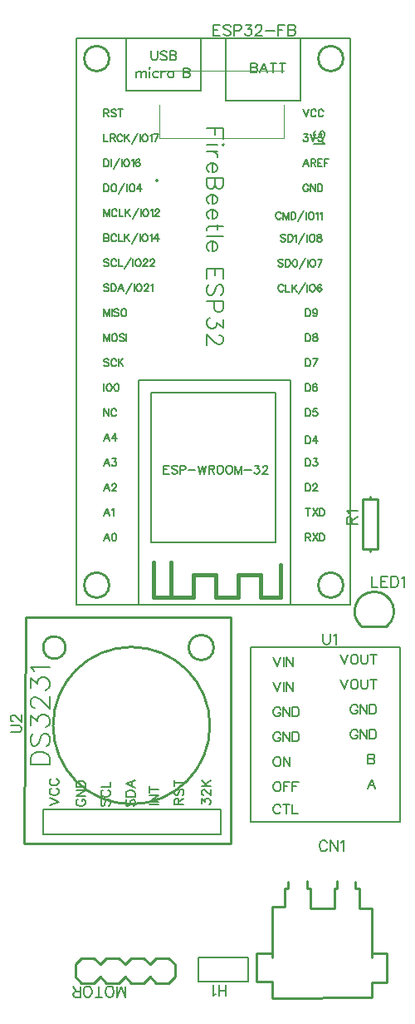
<source format=gto>
G04 Layer: TopSilkscreenLayer*
G04 EasyEDA v6.5.46, 2026-01-20 15:08:04*
G04 c055b5996b2b4ee9ab75fef97cfab9db,2531f63ba3b24be780b21f3747bff2ee,10*
G04 Gerber Generator version 0.2*
G04 Scale: 100 percent, Rotated: No, Reflected: No *
G04 Dimensions in millimeters *
G04 leading zeros omitted , absolute positions ,4 integer and 5 decimal *
%FSLAX45Y45*%
%MOMM*%

%ADD10C,0.1524*%
%ADD11C,0.2032*%
%ADD12C,0.1500*%
%ADD13C,0.2540*%
%ADD14C,0.4000*%
%ADD15C,0.2000*%
%ADD16C,0.1001*%
%ADD17C,0.1270*%
%ADD18C,0.2030*%
%ADD19C,0.1999*%
%ADD20C,0.0116*%

%LPD*%
D10*
X3278365Y-8313293D02*
G01*
X3273031Y-8302879D01*
X3262617Y-8292464D01*
X3252457Y-8287385D01*
X3231629Y-8287385D01*
X3221215Y-8292464D01*
X3210801Y-8302879D01*
X3205467Y-8313293D01*
X3200387Y-8329040D01*
X3200387Y-8354948D01*
X3205467Y-8370443D01*
X3210801Y-8380856D01*
X3221215Y-8391270D01*
X3231629Y-8396351D01*
X3252457Y-8396351D01*
X3262617Y-8391270D01*
X3273031Y-8380856D01*
X3278365Y-8370443D01*
X3312655Y-8287385D02*
G01*
X3312655Y-8396351D01*
X3312655Y-8287385D02*
G01*
X3385299Y-8396351D01*
X3385299Y-8287385D02*
G01*
X3385299Y-8396351D01*
X3419589Y-8308212D02*
G01*
X3430003Y-8302879D01*
X3445497Y-8287385D01*
X3445497Y-8396351D01*
X2120900Y13715D02*
G01*
X2120900Y-95250D01*
X2120900Y13715D02*
G01*
X2188463Y13715D01*
X2120900Y-38100D02*
G01*
X2162556Y-38100D01*
X2120900Y-95250D02*
G01*
X2188463Y-95250D01*
X2295397Y-1778D02*
G01*
X2284984Y8636D01*
X2269490Y13715D01*
X2248661Y13715D01*
X2233168Y8636D01*
X2222754Y-1778D01*
X2222754Y-12192D01*
X2227834Y-22605D01*
X2233168Y-27939D01*
X2243581Y-33020D01*
X2274570Y-43434D01*
X2284984Y-48513D01*
X2290318Y-53847D01*
X2295397Y-64262D01*
X2295397Y-79755D01*
X2284984Y-90170D01*
X2269490Y-95250D01*
X2248661Y-95250D01*
X2233168Y-90170D01*
X2222754Y-79755D01*
X2329688Y13715D02*
G01*
X2329688Y-95250D01*
X2329688Y13715D02*
G01*
X2376424Y13715D01*
X2392172Y8636D01*
X2397252Y3302D01*
X2402586Y-7112D01*
X2402586Y-22605D01*
X2397252Y-33020D01*
X2392172Y-38100D01*
X2376424Y-43434D01*
X2329688Y-43434D01*
X2447290Y13715D02*
G01*
X2504440Y13715D01*
X2473197Y-27939D01*
X2488691Y-27939D01*
X2499106Y-33020D01*
X2504440Y-38100D01*
X2509520Y-53847D01*
X2509520Y-64262D01*
X2504440Y-79755D01*
X2494025Y-90170D01*
X2478277Y-95250D01*
X2462784Y-95250D01*
X2447290Y-90170D01*
X2441956Y-85089D01*
X2436875Y-74676D01*
X2548890Y-12192D02*
G01*
X2548890Y-7112D01*
X2554224Y3302D01*
X2559304Y8636D01*
X2569718Y13715D01*
X2590545Y13715D01*
X2600959Y8636D01*
X2606040Y3302D01*
X2611374Y-7112D01*
X2611374Y-17526D01*
X2606040Y-27939D01*
X2595879Y-43434D01*
X2543809Y-95250D01*
X2616454Y-95250D01*
X2650743Y-48513D02*
G01*
X2744470Y-48513D01*
X2778759Y13715D02*
G01*
X2778759Y-95250D01*
X2778759Y13715D02*
G01*
X2846070Y13715D01*
X2778759Y-38100D02*
G01*
X2820161Y-38100D01*
X2880359Y13715D02*
G01*
X2880359Y-95250D01*
X2880359Y13715D02*
G01*
X2927350Y13715D01*
X2942843Y8636D01*
X2947924Y3302D01*
X2953258Y-7112D01*
X2953258Y-17526D01*
X2947924Y-27939D01*
X2942843Y-33020D01*
X2927350Y-38100D01*
X2880359Y-38100D02*
G01*
X2927350Y-38100D01*
X2942843Y-43434D01*
X2947924Y-48513D01*
X2953258Y-58928D01*
X2953258Y-74676D01*
X2947924Y-85089D01*
X2942843Y-90170D01*
X2927350Y-95250D01*
X2880359Y-95250D01*
D11*
X3062986Y-1355344D02*
G01*
X3035300Y-1428242D01*
X3062986Y-1355344D02*
G01*
X3090672Y-1428242D01*
X3045713Y-1403857D02*
G01*
X3080258Y-1403857D01*
X3113531Y-1355344D02*
G01*
X3113531Y-1428242D01*
X3113531Y-1355344D02*
G01*
X3144774Y-1355344D01*
X3155188Y-1358900D01*
X3158490Y-1362455D01*
X3162045Y-1369313D01*
X3162045Y-1376171D01*
X3158490Y-1383029D01*
X3155188Y-1386586D01*
X3144774Y-1390142D01*
X3113531Y-1390142D01*
X3137915Y-1390142D02*
G01*
X3162045Y-1428242D01*
X3184906Y-1355344D02*
G01*
X3184906Y-1428242D01*
X3184906Y-1355344D02*
G01*
X3229863Y-1355344D01*
X3184906Y-1390142D02*
G01*
X3212591Y-1390142D01*
X3184906Y-1428242D02*
G01*
X3229863Y-1428242D01*
X3252724Y-1355344D02*
G01*
X3252724Y-1428242D01*
X3252724Y-1355344D02*
G01*
X3297936Y-1355344D01*
X3252724Y-1390142D02*
G01*
X3280409Y-1390142D01*
X1485900Y-250189D02*
G01*
X1485900Y-318515D01*
X1490471Y-331978D01*
X1499615Y-341121D01*
X1513078Y-345694D01*
X1522221Y-345694D01*
X1535937Y-341121D01*
X1545081Y-331978D01*
X1549654Y-318515D01*
X1549654Y-250189D01*
X1643126Y-263652D02*
G01*
X1633981Y-254762D01*
X1620520Y-250189D01*
X1602231Y-250189D01*
X1588515Y-254762D01*
X1579626Y-263652D01*
X1579626Y-273050D01*
X1584197Y-282194D01*
X1588515Y-286512D01*
X1597660Y-291337D01*
X1625092Y-300228D01*
X1633981Y-304800D01*
X1638554Y-309371D01*
X1643126Y-318515D01*
X1643126Y-331978D01*
X1633981Y-341121D01*
X1620520Y-345694D01*
X1602231Y-345694D01*
X1588515Y-341121D01*
X1579626Y-331978D01*
X1673097Y-250189D02*
G01*
X1673097Y-345694D01*
X1673097Y-250189D02*
G01*
X1713992Y-250189D01*
X1727707Y-254762D01*
X1732279Y-259587D01*
X1736852Y-268478D01*
X1736852Y-277621D01*
X1732279Y-286512D01*
X1727707Y-291337D01*
X1713992Y-295402D01*
X1673097Y-295402D02*
G01*
X1713992Y-295402D01*
X1727707Y-300228D01*
X1732279Y-304800D01*
X1736852Y-313944D01*
X1736852Y-327152D01*
X1732279Y-336550D01*
X1727707Y-341121D01*
X1713992Y-345694D01*
X1673097Y-345694D01*
X1333500Y-459994D02*
G01*
X1333500Y-523494D01*
X1333500Y-478281D02*
G01*
X1347215Y-464312D01*
X1356105Y-459994D01*
X1369821Y-459994D01*
X1378965Y-464312D01*
X1383537Y-478281D01*
X1383537Y-523494D01*
X1383537Y-478281D02*
G01*
X1397254Y-464312D01*
X1406144Y-459994D01*
X1419860Y-459994D01*
X1429004Y-464312D01*
X1433576Y-478281D01*
X1433576Y-523494D01*
X1463547Y-427989D02*
G01*
X1468120Y-432562D01*
X1472692Y-427989D01*
X1468120Y-423671D01*
X1463547Y-427989D01*
X1468120Y-459994D02*
G01*
X1468120Y-523494D01*
X1557020Y-473455D02*
G01*
X1548129Y-464312D01*
X1538986Y-459994D01*
X1525270Y-459994D01*
X1516126Y-464312D01*
X1507236Y-473455D01*
X1502663Y-487171D01*
X1502663Y-496570D01*
X1507236Y-510031D01*
X1516126Y-518921D01*
X1525270Y-523494D01*
X1538986Y-523494D01*
X1548129Y-518921D01*
X1557020Y-510031D01*
X1587245Y-459994D02*
G01*
X1587245Y-523494D01*
X1587245Y-487171D02*
G01*
X1591563Y-473455D01*
X1600707Y-464312D01*
X1609852Y-459994D01*
X1623568Y-459994D01*
X1676145Y-459994D02*
G01*
X1667255Y-464312D01*
X1658112Y-473455D01*
X1653539Y-487171D01*
X1653539Y-496570D01*
X1658112Y-510031D01*
X1667255Y-518921D01*
X1676145Y-523494D01*
X1689862Y-523494D01*
X1699005Y-518921D01*
X1708150Y-510031D01*
X1712468Y-496570D01*
X1712468Y-487171D01*
X1708150Y-473455D01*
X1699005Y-464312D01*
X1689862Y-459994D01*
X1676145Y-459994D01*
X1812544Y-427989D02*
G01*
X1812544Y-523494D01*
X1812544Y-427989D02*
G01*
X1853437Y-427989D01*
X1867154Y-432562D01*
X1871726Y-437134D01*
X1876297Y-446531D01*
X1876297Y-455421D01*
X1871726Y-464312D01*
X1867154Y-468884D01*
X1853437Y-473455D01*
X1812544Y-473455D02*
G01*
X1853437Y-473455D01*
X1867154Y-478281D01*
X1871726Y-482600D01*
X1876297Y-491744D01*
X1876297Y-505205D01*
X1871726Y-514350D01*
X1867154Y-518921D01*
X1853437Y-523494D01*
X1812544Y-523494D01*
X1612900Y-4472178D02*
G01*
X1612900Y-4558029D01*
X1612900Y-4472178D02*
G01*
X1665986Y-4472178D01*
X1612900Y-4513071D02*
G01*
X1645665Y-4513071D01*
X1612900Y-4558029D02*
G01*
X1665986Y-4558029D01*
X1750313Y-4484370D02*
G01*
X1742186Y-4476242D01*
X1729994Y-4472178D01*
X1713484Y-4472178D01*
X1701292Y-4476242D01*
X1693163Y-4484370D01*
X1693163Y-4492497D01*
X1697228Y-4500626D01*
X1701292Y-4504944D01*
X1709420Y-4509007D01*
X1734057Y-4517136D01*
X1742186Y-4521200D01*
X1746250Y-4525263D01*
X1750313Y-4533392D01*
X1750313Y-4545837D01*
X1742186Y-4553965D01*
X1729994Y-4558029D01*
X1713484Y-4558029D01*
X1701292Y-4553965D01*
X1693163Y-4545837D01*
X1777237Y-4472178D02*
G01*
X1777237Y-4558029D01*
X1777237Y-4472178D02*
G01*
X1814068Y-4472178D01*
X1826513Y-4476242D01*
X1830578Y-4480305D01*
X1834642Y-4488434D01*
X1834642Y-4500626D01*
X1830578Y-4509007D01*
X1826513Y-4513071D01*
X1814068Y-4517136D01*
X1777237Y-4517136D01*
X1861565Y-4521200D02*
G01*
X1935225Y-4521200D01*
X1962150Y-4472178D02*
G01*
X1982724Y-4558029D01*
X2003297Y-4472178D02*
G01*
X1982724Y-4558029D01*
X2003297Y-4472178D02*
G01*
X2023618Y-4558029D01*
X2044191Y-4472178D02*
G01*
X2023618Y-4558029D01*
X2071115Y-4472178D02*
G01*
X2071115Y-4558029D01*
X2071115Y-4472178D02*
G01*
X2107945Y-4472178D01*
X2120138Y-4476242D01*
X2124202Y-4480305D01*
X2128265Y-4488434D01*
X2128265Y-4496562D01*
X2124202Y-4504944D01*
X2120138Y-4509007D01*
X2107945Y-4513071D01*
X2071115Y-4513071D01*
X2099818Y-4513071D02*
G01*
X2128265Y-4558029D01*
X2179827Y-4472178D02*
G01*
X2171700Y-4476242D01*
X2163572Y-4484370D01*
X2159508Y-4492497D01*
X2155443Y-4504944D01*
X2155443Y-4525263D01*
X2159508Y-4537455D01*
X2163572Y-4545837D01*
X2171700Y-4553965D01*
X2179827Y-4558029D01*
X2196338Y-4558029D01*
X2204465Y-4553965D01*
X2212593Y-4545837D01*
X2216658Y-4537455D01*
X2220722Y-4525263D01*
X2220722Y-4504944D01*
X2216658Y-4492497D01*
X2212593Y-4484370D01*
X2204465Y-4476242D01*
X2196338Y-4472178D01*
X2179827Y-4472178D01*
X2272284Y-4472178D02*
G01*
X2264156Y-4476242D01*
X2256027Y-4484370D01*
X2251963Y-4492497D01*
X2247900Y-4504944D01*
X2247900Y-4525263D01*
X2251963Y-4537455D01*
X2256027Y-4545837D01*
X2264156Y-4553965D01*
X2272284Y-4558029D01*
X2288793Y-4558029D01*
X2296922Y-4553965D01*
X2305050Y-4545837D01*
X2309113Y-4537455D01*
X2313177Y-4525263D01*
X2313177Y-4504944D01*
X2309113Y-4492497D01*
X2305050Y-4484370D01*
X2296922Y-4476242D01*
X2288793Y-4472178D01*
X2272284Y-4472178D01*
X2340356Y-4472178D02*
G01*
X2340356Y-4558029D01*
X2340356Y-4472178D02*
G01*
X2372868Y-4558029D01*
X2405634Y-4472178D02*
G01*
X2372868Y-4558029D01*
X2405634Y-4472178D02*
G01*
X2405634Y-4558029D01*
X2432811Y-4521200D02*
G01*
X2506472Y-4521200D01*
X2541524Y-4472178D02*
G01*
X2586481Y-4472178D01*
X2562097Y-4504944D01*
X2574290Y-4504944D01*
X2582418Y-4509007D01*
X2586481Y-4513071D01*
X2590545Y-4525263D01*
X2590545Y-4533392D01*
X2586481Y-4545837D01*
X2578354Y-4553965D01*
X2566161Y-4558029D01*
X2553715Y-4558029D01*
X2541524Y-4553965D01*
X2537459Y-4549902D01*
X2533395Y-4541773D01*
X2621788Y-4492497D02*
G01*
X2621788Y-4488434D01*
X2625852Y-4480305D01*
X2629915Y-4476242D01*
X2638043Y-4472178D01*
X2654554Y-4472178D01*
X2662681Y-4476242D01*
X2666745Y-4480305D01*
X2670809Y-4488434D01*
X2670809Y-4496562D01*
X2666745Y-4504944D01*
X2658618Y-4517136D01*
X2617724Y-4558029D01*
X2674874Y-4558029D01*
X3087370Y-1626870D02*
G01*
X3083813Y-1619757D01*
X3076956Y-1612900D01*
X3069843Y-1609344D01*
X3056127Y-1609344D01*
X3049270Y-1612900D01*
X3042158Y-1619757D01*
X3038856Y-1626870D01*
X3035300Y-1637029D01*
X3035300Y-1654555D01*
X3038856Y-1664970D01*
X3042158Y-1671828D01*
X3049270Y-1678686D01*
X3056127Y-1682242D01*
X3069843Y-1682242D01*
X3076956Y-1678686D01*
X3083813Y-1671828D01*
X3087370Y-1664970D01*
X3087370Y-1654555D01*
X3069843Y-1654555D02*
G01*
X3087370Y-1654555D01*
X3110229Y-1609344D02*
G01*
X3110229Y-1682242D01*
X3110229Y-1609344D02*
G01*
X3158490Y-1682242D01*
X3158490Y-1609344D02*
G01*
X3158490Y-1682242D01*
X3181350Y-1609344D02*
G01*
X3181350Y-1682242D01*
X3181350Y-1609344D02*
G01*
X3205734Y-1609344D01*
X3216147Y-1612900D01*
X3223006Y-1619757D01*
X3226561Y-1626870D01*
X3229863Y-1637029D01*
X3229863Y-1654555D01*
X3226561Y-1664970D01*
X3223006Y-1671828D01*
X3216147Y-1678686D01*
X3205734Y-1682242D01*
X3181350Y-1682242D01*
X2807970Y-1910842D02*
G01*
X2804413Y-1903729D01*
X2797556Y-1896871D01*
X2790443Y-1893315D01*
X2776727Y-1893315D01*
X2769870Y-1896871D01*
X2762758Y-1903729D01*
X2759456Y-1910842D01*
X2755900Y-1921002D01*
X2755900Y-1938528D01*
X2759456Y-1948942D01*
X2762758Y-1955800D01*
X2769870Y-1962657D01*
X2776727Y-1966213D01*
X2790443Y-1966213D01*
X2797556Y-1962657D01*
X2804413Y-1955800D01*
X2807970Y-1948942D01*
X2830829Y-1893315D02*
G01*
X2830829Y-1966213D01*
X2830829Y-1893315D02*
G01*
X2858515Y-1966213D01*
X2886202Y-1893315D02*
G01*
X2858515Y-1966213D01*
X2886202Y-1893315D02*
G01*
X2886202Y-1966213D01*
X2909061Y-1893315D02*
G01*
X2909061Y-1966213D01*
X2909061Y-1893315D02*
G01*
X2933191Y-1893315D01*
X2943606Y-1896871D01*
X2950463Y-1903729D01*
X2954020Y-1910842D01*
X2957575Y-1921002D01*
X2957575Y-1938528D01*
X2954020Y-1948942D01*
X2950463Y-1955800D01*
X2943606Y-1962657D01*
X2933191Y-1966213D01*
X2909061Y-1966213D01*
X3042665Y-1879600D02*
G01*
X2980436Y-1990344D01*
X3065525Y-1893315D02*
G01*
X3065525Y-1966213D01*
X3109213Y-1893315D02*
G01*
X3102356Y-1896871D01*
X3095243Y-1903729D01*
X3091941Y-1910842D01*
X3088386Y-1921002D01*
X3088386Y-1938528D01*
X3091941Y-1948942D01*
X3095243Y-1955800D01*
X3102356Y-1962657D01*
X3109213Y-1966213D01*
X3122929Y-1966213D01*
X3130041Y-1962657D01*
X3136900Y-1955800D01*
X3140456Y-1948942D01*
X3143758Y-1938528D01*
X3143758Y-1921002D01*
X3140456Y-1910842D01*
X3136900Y-1903729D01*
X3130041Y-1896871D01*
X3122929Y-1893315D01*
X3109213Y-1893315D01*
X3166618Y-1907286D02*
G01*
X3173729Y-1903729D01*
X3183890Y-1893315D01*
X3183890Y-1966213D01*
X3206750Y-1907286D02*
G01*
X3213861Y-1903729D01*
X3224275Y-1893315D01*
X3224275Y-1966213D01*
X2855213Y-2132329D02*
G01*
X2848356Y-2125471D01*
X2837941Y-2121915D01*
X2823972Y-2121915D01*
X2813558Y-2125471D01*
X2806700Y-2132329D01*
X2806700Y-2139442D01*
X2810256Y-2146300D01*
X2813558Y-2149602D01*
X2820670Y-2153157D01*
X2841243Y-2160015D01*
X2848356Y-2163571D01*
X2851658Y-2167128D01*
X2855213Y-2173986D01*
X2855213Y-2184400D01*
X2848356Y-2191257D01*
X2837941Y-2194813D01*
X2823972Y-2194813D01*
X2813558Y-2191257D01*
X2806700Y-2184400D01*
X2878074Y-2121915D02*
G01*
X2878074Y-2194813D01*
X2878074Y-2121915D02*
G01*
X2902204Y-2121915D01*
X2912618Y-2125471D01*
X2919729Y-2132329D01*
X2923031Y-2139442D01*
X2926588Y-2149602D01*
X2926588Y-2167128D01*
X2923031Y-2177542D01*
X2919729Y-2184400D01*
X2912618Y-2191257D01*
X2902204Y-2194813D01*
X2878074Y-2194813D01*
X2949447Y-2135886D02*
G01*
X2956306Y-2132329D01*
X2966720Y-2121915D01*
X2966720Y-2194813D01*
X3051809Y-2108200D02*
G01*
X2989579Y-2218944D01*
X3074670Y-2121915D02*
G01*
X3074670Y-2194813D01*
X3118358Y-2121915D02*
G01*
X3111500Y-2125471D01*
X3104641Y-2132329D01*
X3101086Y-2139442D01*
X3097529Y-2149602D01*
X3097529Y-2167128D01*
X3101086Y-2177542D01*
X3104641Y-2184400D01*
X3111500Y-2191257D01*
X3118358Y-2194813D01*
X3132327Y-2194813D01*
X3139186Y-2191257D01*
X3146043Y-2184400D01*
X3149600Y-2177542D01*
X3153156Y-2167128D01*
X3153156Y-2149602D01*
X3149600Y-2139442D01*
X3146043Y-2132329D01*
X3139186Y-2125471D01*
X3132327Y-2121915D01*
X3118358Y-2121915D01*
X3193288Y-2121915D02*
G01*
X3182874Y-2125471D01*
X3179318Y-2132329D01*
X3179318Y-2139442D01*
X3182874Y-2146300D01*
X3189731Y-2149602D01*
X3203702Y-2153157D01*
X3214115Y-2156713D01*
X3220974Y-2163571D01*
X3224529Y-2170429D01*
X3224529Y-2180844D01*
X3220974Y-2187702D01*
X3217418Y-2191257D01*
X3207004Y-2194813D01*
X3193288Y-2194813D01*
X3182874Y-2191257D01*
X3179318Y-2187702D01*
X3176015Y-2180844D01*
X3176015Y-2170429D01*
X3179318Y-2163571D01*
X3186429Y-2156713D01*
X3196590Y-2153157D01*
X3210559Y-2149602D01*
X3217418Y-2146300D01*
X3220974Y-2139442D01*
X3220974Y-2132329D01*
X3217418Y-2125471D01*
X3207004Y-2121915D01*
X3193288Y-2121915D01*
X2829813Y-2386329D02*
G01*
X2822956Y-2379471D01*
X2812541Y-2375915D01*
X2798572Y-2375915D01*
X2788158Y-2379471D01*
X2781300Y-2386329D01*
X2781300Y-2393442D01*
X2784856Y-2400300D01*
X2788158Y-2403602D01*
X2795270Y-2407157D01*
X2815843Y-2414015D01*
X2822956Y-2417571D01*
X2826258Y-2421128D01*
X2829813Y-2427986D01*
X2829813Y-2438400D01*
X2822956Y-2445257D01*
X2812541Y-2448813D01*
X2798572Y-2448813D01*
X2788158Y-2445257D01*
X2781300Y-2438400D01*
X2852674Y-2375915D02*
G01*
X2852674Y-2448813D01*
X2852674Y-2375915D02*
G01*
X2876804Y-2375915D01*
X2887218Y-2379471D01*
X2894329Y-2386329D01*
X2897631Y-2393442D01*
X2901188Y-2403602D01*
X2901188Y-2421128D01*
X2897631Y-2431542D01*
X2894329Y-2438400D01*
X2887218Y-2445257D01*
X2876804Y-2448813D01*
X2852674Y-2448813D01*
X2944875Y-2375915D02*
G01*
X2934461Y-2379471D01*
X2927350Y-2389886D01*
X2924047Y-2407157D01*
X2924047Y-2417571D01*
X2927350Y-2434844D01*
X2934461Y-2445257D01*
X2944875Y-2448813D01*
X2951734Y-2448813D01*
X2962147Y-2445257D01*
X2969006Y-2434844D01*
X2972561Y-2417571D01*
X2972561Y-2407157D01*
X2969006Y-2389886D01*
X2962147Y-2379471D01*
X2951734Y-2375915D01*
X2944875Y-2375915D01*
X3057652Y-2362200D02*
G01*
X2995422Y-2472944D01*
X3080511Y-2375915D02*
G01*
X3080511Y-2448813D01*
X3124200Y-2375915D02*
G01*
X3117341Y-2379471D01*
X3110229Y-2386329D01*
X3106927Y-2393442D01*
X3103372Y-2403602D01*
X3103372Y-2421128D01*
X3106927Y-2431542D01*
X3110229Y-2438400D01*
X3117341Y-2445257D01*
X3124200Y-2448813D01*
X3138170Y-2448813D01*
X3145027Y-2445257D01*
X3151886Y-2438400D01*
X3155441Y-2431542D01*
X3158743Y-2421128D01*
X3158743Y-2403602D01*
X3155441Y-2393442D01*
X3151886Y-2386329D01*
X3145027Y-2379471D01*
X3138170Y-2375915D01*
X3124200Y-2375915D01*
X3230118Y-2375915D02*
G01*
X3195574Y-2448813D01*
X3181604Y-2375915D02*
G01*
X3230118Y-2375915D01*
X2833370Y-2647442D02*
G01*
X2829813Y-2640329D01*
X2822956Y-2633471D01*
X2815843Y-2629915D01*
X2802127Y-2629915D01*
X2795270Y-2633471D01*
X2788158Y-2640329D01*
X2784856Y-2647442D01*
X2781300Y-2657602D01*
X2781300Y-2675128D01*
X2784856Y-2685542D01*
X2788158Y-2692400D01*
X2795270Y-2699257D01*
X2802127Y-2702813D01*
X2815843Y-2702813D01*
X2822956Y-2699257D01*
X2829813Y-2692400D01*
X2833370Y-2685542D01*
X2856229Y-2629915D02*
G01*
X2856229Y-2702813D01*
X2856229Y-2702813D02*
G01*
X2897631Y-2702813D01*
X2920491Y-2629915D02*
G01*
X2920491Y-2702813D01*
X2969006Y-2629915D02*
G01*
X2920491Y-2678429D01*
X2937763Y-2661157D02*
G01*
X2969006Y-2702813D01*
X3054350Y-2616200D02*
G01*
X2991865Y-2726944D01*
X3077209Y-2629915D02*
G01*
X3077209Y-2702813D01*
X3120643Y-2629915D02*
G01*
X3113786Y-2633471D01*
X3106927Y-2640329D01*
X3103372Y-2647442D01*
X3100070Y-2657602D01*
X3100070Y-2675128D01*
X3103372Y-2685542D01*
X3106927Y-2692400D01*
X3113786Y-2699257D01*
X3120643Y-2702813D01*
X3134613Y-2702813D01*
X3141472Y-2699257D01*
X3148329Y-2692400D01*
X3151886Y-2685542D01*
X3155441Y-2675128D01*
X3155441Y-2657602D01*
X3151886Y-2647442D01*
X3148329Y-2640329D01*
X3141472Y-2633471D01*
X3134613Y-2629915D01*
X3120643Y-2629915D01*
X3219704Y-2640329D02*
G01*
X3216402Y-2633471D01*
X3205988Y-2629915D01*
X3199129Y-2629915D01*
X3188715Y-2633471D01*
X3181604Y-2643886D01*
X3178302Y-2661157D01*
X3178302Y-2678429D01*
X3181604Y-2692400D01*
X3188715Y-2699257D01*
X3199129Y-2702813D01*
X3202431Y-2702813D01*
X3212845Y-2699257D01*
X3219704Y-2692400D01*
X3223259Y-2681986D01*
X3223259Y-2678429D01*
X3219704Y-2668015D01*
X3212845Y-2661157D01*
X3202431Y-2657602D01*
X3199129Y-2657602D01*
X3188715Y-2661157D01*
X3181604Y-2668015D01*
X3178302Y-2678429D01*
X3060700Y-2879344D02*
G01*
X3060700Y-2952242D01*
X3060700Y-2879344D02*
G01*
X3084829Y-2879344D01*
X3095243Y-2882900D01*
X3102356Y-2889757D01*
X3105658Y-2896870D01*
X3109213Y-2907029D01*
X3109213Y-2924555D01*
X3105658Y-2934970D01*
X3102356Y-2941828D01*
X3095243Y-2948686D01*
X3084829Y-2952242D01*
X3060700Y-2952242D01*
X3177031Y-2903728D02*
G01*
X3173729Y-2914142D01*
X3166618Y-2921000D01*
X3156204Y-2924555D01*
X3152902Y-2924555D01*
X3142488Y-2921000D01*
X3135629Y-2914142D01*
X3132074Y-2903728D01*
X3132074Y-2900171D01*
X3135629Y-2889757D01*
X3142488Y-2882900D01*
X3152902Y-2879344D01*
X3156204Y-2879344D01*
X3166618Y-2882900D01*
X3173729Y-2889757D01*
X3177031Y-2903728D01*
X3177031Y-2921000D01*
X3173729Y-2938271D01*
X3166618Y-2948686D01*
X3156204Y-2952242D01*
X3149345Y-2952242D01*
X3138931Y-2948686D01*
X3135629Y-2941828D01*
X3060700Y-3133344D02*
G01*
X3060700Y-3206242D01*
X3060700Y-3133344D02*
G01*
X3084829Y-3133344D01*
X3095243Y-3136900D01*
X3102356Y-3143757D01*
X3105658Y-3150870D01*
X3109213Y-3161029D01*
X3109213Y-3178555D01*
X3105658Y-3188970D01*
X3102356Y-3195828D01*
X3095243Y-3202686D01*
X3084829Y-3206242D01*
X3060700Y-3206242D01*
X3149345Y-3133344D02*
G01*
X3138931Y-3136900D01*
X3135629Y-3143757D01*
X3135629Y-3150870D01*
X3138931Y-3157728D01*
X3145790Y-3161029D01*
X3159759Y-3164586D01*
X3170174Y-3168142D01*
X3177031Y-3175000D01*
X3180588Y-3181857D01*
X3180588Y-3192271D01*
X3177031Y-3199129D01*
X3173729Y-3202686D01*
X3163315Y-3206242D01*
X3149345Y-3206242D01*
X3138931Y-3202686D01*
X3135629Y-3199129D01*
X3132074Y-3192271D01*
X3132074Y-3181857D01*
X3135629Y-3175000D01*
X3142488Y-3168142D01*
X3152902Y-3164586D01*
X3166618Y-3161029D01*
X3173729Y-3157728D01*
X3177031Y-3150870D01*
X3177031Y-3143757D01*
X3173729Y-3136900D01*
X3163315Y-3133344D01*
X3149345Y-3133344D01*
X3060700Y-3387344D02*
G01*
X3060700Y-3460242D01*
X3060700Y-3387344D02*
G01*
X3084829Y-3387344D01*
X3095243Y-3390900D01*
X3102356Y-3397757D01*
X3105658Y-3404870D01*
X3109213Y-3415029D01*
X3109213Y-3432555D01*
X3105658Y-3442970D01*
X3102356Y-3449828D01*
X3095243Y-3456686D01*
X3084829Y-3460242D01*
X3060700Y-3460242D01*
X3180588Y-3387344D02*
G01*
X3145790Y-3460242D01*
X3132074Y-3387344D02*
G01*
X3180588Y-3387344D01*
X3060700Y-3641344D02*
G01*
X3060700Y-3714242D01*
X3060700Y-3641344D02*
G01*
X3084829Y-3641344D01*
X3095243Y-3644900D01*
X3102356Y-3651757D01*
X3105658Y-3658870D01*
X3109213Y-3669029D01*
X3109213Y-3686555D01*
X3105658Y-3696970D01*
X3102356Y-3703828D01*
X3095243Y-3710686D01*
X3084829Y-3714242D01*
X3060700Y-3714242D01*
X3173729Y-3651757D02*
G01*
X3170174Y-3644900D01*
X3159759Y-3641344D01*
X3152902Y-3641344D01*
X3142488Y-3644900D01*
X3135629Y-3655313D01*
X3132074Y-3672586D01*
X3132074Y-3689857D01*
X3135629Y-3703828D01*
X3142488Y-3710686D01*
X3152902Y-3714242D01*
X3156204Y-3714242D01*
X3166618Y-3710686D01*
X3173729Y-3703828D01*
X3177031Y-3693413D01*
X3177031Y-3689857D01*
X3173729Y-3679444D01*
X3166618Y-3672586D01*
X3156204Y-3669029D01*
X3152902Y-3669029D01*
X3142488Y-3672586D01*
X3135629Y-3679444D01*
X3132074Y-3689857D01*
X3060700Y-3895344D02*
G01*
X3060700Y-3968242D01*
X3060700Y-3895344D02*
G01*
X3084829Y-3895344D01*
X3095243Y-3898900D01*
X3102356Y-3905757D01*
X3105658Y-3912870D01*
X3109213Y-3923029D01*
X3109213Y-3940555D01*
X3105658Y-3950970D01*
X3102356Y-3957828D01*
X3095243Y-3964686D01*
X3084829Y-3968242D01*
X3060700Y-3968242D01*
X3173729Y-3895344D02*
G01*
X3138931Y-3895344D01*
X3135629Y-3926586D01*
X3138931Y-3923029D01*
X3149345Y-3919728D01*
X3159759Y-3919728D01*
X3170174Y-3923029D01*
X3177031Y-3930142D01*
X3180588Y-3940555D01*
X3180588Y-3947413D01*
X3177031Y-3957828D01*
X3170174Y-3964686D01*
X3159759Y-3968242D01*
X3149345Y-3968242D01*
X3138931Y-3964686D01*
X3135629Y-3961129D01*
X3132074Y-3954271D01*
X3060700Y-4174744D02*
G01*
X3060700Y-4247642D01*
X3060700Y-4174744D02*
G01*
X3084829Y-4174744D01*
X3095243Y-4178300D01*
X3102356Y-4185157D01*
X3105658Y-4192270D01*
X3109213Y-4202429D01*
X3109213Y-4219955D01*
X3105658Y-4230370D01*
X3102356Y-4237228D01*
X3095243Y-4244086D01*
X3084829Y-4247642D01*
X3060700Y-4247642D01*
X3166618Y-4174744D02*
G01*
X3132074Y-4223257D01*
X3183890Y-4223257D01*
X3166618Y-4174744D02*
G01*
X3166618Y-4247642D01*
X3060700Y-4403344D02*
G01*
X3060700Y-4476242D01*
X3060700Y-4403344D02*
G01*
X3084829Y-4403344D01*
X3095243Y-4406900D01*
X3102356Y-4413757D01*
X3105658Y-4420870D01*
X3109213Y-4431029D01*
X3109213Y-4448555D01*
X3105658Y-4458970D01*
X3102356Y-4465828D01*
X3095243Y-4472686D01*
X3084829Y-4476242D01*
X3060700Y-4476242D01*
X3138931Y-4403344D02*
G01*
X3177031Y-4403344D01*
X3156204Y-4431029D01*
X3166618Y-4431029D01*
X3173729Y-4434586D01*
X3177031Y-4438142D01*
X3180588Y-4448555D01*
X3180588Y-4455413D01*
X3177031Y-4465828D01*
X3170174Y-4472686D01*
X3159759Y-4476242D01*
X3149345Y-4476242D01*
X3138931Y-4472686D01*
X3135629Y-4469129D01*
X3132074Y-4462271D01*
X3060700Y-4657344D02*
G01*
X3060700Y-4730242D01*
X3060700Y-4657344D02*
G01*
X3084829Y-4657344D01*
X3095243Y-4660900D01*
X3102356Y-4667757D01*
X3105658Y-4674870D01*
X3109213Y-4685029D01*
X3109213Y-4702555D01*
X3105658Y-4712970D01*
X3102356Y-4719828D01*
X3095243Y-4726686D01*
X3084829Y-4730242D01*
X3060700Y-4730242D01*
X3135629Y-4674870D02*
G01*
X3135629Y-4671313D01*
X3138931Y-4664455D01*
X3142488Y-4660900D01*
X3149345Y-4657344D01*
X3163315Y-4657344D01*
X3170174Y-4660900D01*
X3173729Y-4664455D01*
X3177031Y-4671313D01*
X3177031Y-4678171D01*
X3173729Y-4685029D01*
X3166618Y-4695444D01*
X3132074Y-4730242D01*
X3180588Y-4730242D01*
X1030986Y-4149344D02*
G01*
X1003300Y-4222242D01*
X1030986Y-4149344D02*
G01*
X1058671Y-4222242D01*
X1013713Y-4197857D02*
G01*
X1048257Y-4197857D01*
X1116329Y-4149344D02*
G01*
X1081531Y-4197857D01*
X1133602Y-4197857D01*
X1116329Y-4149344D02*
G01*
X1116329Y-4222242D01*
X1003300Y-1355344D02*
G01*
X1003300Y-1428242D01*
X1003300Y-1355344D02*
G01*
X1027429Y-1355344D01*
X1037844Y-1358900D01*
X1044955Y-1365757D01*
X1048257Y-1372870D01*
X1051813Y-1383029D01*
X1051813Y-1400555D01*
X1048257Y-1410970D01*
X1044955Y-1417828D01*
X1037844Y-1424686D01*
X1027429Y-1428242D01*
X1003300Y-1428242D01*
X1074673Y-1355344D02*
G01*
X1074673Y-1428242D01*
X1159763Y-1341628D02*
G01*
X1097534Y-1452371D01*
X1182623Y-1355344D02*
G01*
X1182623Y-1428242D01*
X1226312Y-1355344D02*
G01*
X1219454Y-1358900D01*
X1212595Y-1365757D01*
X1209039Y-1372870D01*
X1205484Y-1383029D01*
X1205484Y-1400555D01*
X1209039Y-1410970D01*
X1212595Y-1417828D01*
X1219454Y-1424686D01*
X1226312Y-1428242D01*
X1240281Y-1428242D01*
X1247139Y-1424686D01*
X1253997Y-1417828D01*
X1257554Y-1410970D01*
X1261110Y-1400555D01*
X1261110Y-1383029D01*
X1257554Y-1372870D01*
X1253997Y-1365757D01*
X1247139Y-1358900D01*
X1240281Y-1355344D01*
X1226312Y-1355344D01*
X1283970Y-1369313D02*
G01*
X1290828Y-1365757D01*
X1301242Y-1355344D01*
X1301242Y-1428242D01*
X1365504Y-1365757D02*
G01*
X1362202Y-1358900D01*
X1351787Y-1355344D01*
X1344929Y-1355344D01*
X1334515Y-1358900D01*
X1327404Y-1369313D01*
X1324102Y-1386586D01*
X1324102Y-1403857D01*
X1327404Y-1417828D01*
X1334515Y-1424686D01*
X1344929Y-1428242D01*
X1348231Y-1428242D01*
X1358645Y-1424686D01*
X1365504Y-1417828D01*
X1369060Y-1407413D01*
X1369060Y-1403857D01*
X1365504Y-1393444D01*
X1358645Y-1386586D01*
X1348231Y-1383029D01*
X1344929Y-1383029D01*
X1334515Y-1386586D01*
X1327404Y-1393444D01*
X1324102Y-1403857D01*
X1003300Y-1609344D02*
G01*
X1003300Y-1682242D01*
X1003300Y-1609344D02*
G01*
X1027429Y-1609344D01*
X1037844Y-1612900D01*
X1044955Y-1619757D01*
X1048257Y-1626870D01*
X1051813Y-1637029D01*
X1051813Y-1654555D01*
X1048257Y-1664970D01*
X1044955Y-1671828D01*
X1037844Y-1678686D01*
X1027429Y-1682242D01*
X1003300Y-1682242D01*
X1095502Y-1609344D02*
G01*
X1088389Y-1612900D01*
X1081531Y-1619757D01*
X1078229Y-1626870D01*
X1074673Y-1637029D01*
X1074673Y-1654555D01*
X1078229Y-1664970D01*
X1081531Y-1671828D01*
X1088389Y-1678686D01*
X1095502Y-1682242D01*
X1109218Y-1682242D01*
X1116329Y-1678686D01*
X1123187Y-1671828D01*
X1126489Y-1664970D01*
X1130045Y-1654555D01*
X1130045Y-1637029D01*
X1126489Y-1626870D01*
X1123187Y-1619757D01*
X1116329Y-1612900D01*
X1109218Y-1609344D01*
X1095502Y-1609344D01*
X1215389Y-1595628D02*
G01*
X1152905Y-1706371D01*
X1238250Y-1609344D02*
G01*
X1238250Y-1682242D01*
X1281684Y-1609344D02*
G01*
X1274826Y-1612900D01*
X1267968Y-1619757D01*
X1264412Y-1626870D01*
X1261110Y-1637029D01*
X1261110Y-1654555D01*
X1264412Y-1664970D01*
X1267968Y-1671828D01*
X1274826Y-1678686D01*
X1281684Y-1682242D01*
X1295654Y-1682242D01*
X1302512Y-1678686D01*
X1309370Y-1671828D01*
X1312926Y-1664970D01*
X1316481Y-1654555D01*
X1316481Y-1637029D01*
X1312926Y-1626870D01*
X1309370Y-1619757D01*
X1302512Y-1612900D01*
X1295654Y-1609344D01*
X1281684Y-1609344D01*
X1373886Y-1609344D02*
G01*
X1339342Y-1657857D01*
X1391157Y-1657857D01*
X1373886Y-1609344D02*
G01*
X1373886Y-1682242D01*
X1003300Y-1863344D02*
G01*
X1003300Y-1936242D01*
X1003300Y-1863344D02*
G01*
X1030986Y-1936242D01*
X1058671Y-1863344D02*
G01*
X1030986Y-1936242D01*
X1058671Y-1863344D02*
G01*
X1058671Y-1936242D01*
X1133602Y-1880870D02*
G01*
X1130045Y-1873757D01*
X1123187Y-1866900D01*
X1116329Y-1863344D01*
X1102360Y-1863344D01*
X1095502Y-1866900D01*
X1088389Y-1873757D01*
X1085087Y-1880870D01*
X1081531Y-1891029D01*
X1081531Y-1908555D01*
X1085087Y-1918970D01*
X1088389Y-1925828D01*
X1095502Y-1932686D01*
X1102360Y-1936242D01*
X1116329Y-1936242D01*
X1123187Y-1932686D01*
X1130045Y-1925828D01*
X1133602Y-1918970D01*
X1156462Y-1863344D02*
G01*
X1156462Y-1936242D01*
X1156462Y-1936242D02*
G01*
X1197863Y-1936242D01*
X1220723Y-1863344D02*
G01*
X1220723Y-1936242D01*
X1269237Y-1863344D02*
G01*
X1220723Y-1911857D01*
X1238250Y-1894586D02*
G01*
X1269237Y-1936242D01*
X1354581Y-1849628D02*
G01*
X1292097Y-1960371D01*
X1377442Y-1863344D02*
G01*
X1377442Y-1936242D01*
X1421129Y-1863344D02*
G01*
X1414018Y-1866900D01*
X1407160Y-1873757D01*
X1403604Y-1880870D01*
X1400302Y-1891029D01*
X1400302Y-1908555D01*
X1403604Y-1918970D01*
X1407160Y-1925828D01*
X1414018Y-1932686D01*
X1421129Y-1936242D01*
X1434845Y-1936242D01*
X1441704Y-1932686D01*
X1448815Y-1925828D01*
X1452118Y-1918970D01*
X1455673Y-1908555D01*
X1455673Y-1891029D01*
X1452118Y-1880870D01*
X1448815Y-1873757D01*
X1441704Y-1866900D01*
X1434845Y-1863344D01*
X1421129Y-1863344D01*
X1478534Y-1877313D02*
G01*
X1485392Y-1873757D01*
X1495805Y-1863344D01*
X1495805Y-1936242D01*
X1522221Y-1880870D02*
G01*
X1522221Y-1877313D01*
X1525523Y-1870455D01*
X1529079Y-1866900D01*
X1535937Y-1863344D01*
X1549907Y-1863344D01*
X1556765Y-1866900D01*
X1560321Y-1870455D01*
X1563623Y-1877313D01*
X1563623Y-1884171D01*
X1560321Y-1891029D01*
X1553210Y-1901444D01*
X1518665Y-1936242D01*
X1567179Y-1936242D01*
X1003300Y-2117344D02*
G01*
X1003300Y-2190242D01*
X1003300Y-2117344D02*
G01*
X1034542Y-2117344D01*
X1044955Y-2120900D01*
X1048257Y-2124455D01*
X1051813Y-2131313D01*
X1051813Y-2138171D01*
X1048257Y-2145029D01*
X1044955Y-2148586D01*
X1034542Y-2152142D01*
X1003300Y-2152142D02*
G01*
X1034542Y-2152142D01*
X1044955Y-2155444D01*
X1048257Y-2159000D01*
X1051813Y-2165857D01*
X1051813Y-2176271D01*
X1048257Y-2183129D01*
X1044955Y-2186686D01*
X1034542Y-2190242D01*
X1003300Y-2190242D01*
X1126489Y-2134870D02*
G01*
X1123187Y-2127757D01*
X1116329Y-2120900D01*
X1109218Y-2117344D01*
X1095502Y-2117344D01*
X1088389Y-2120900D01*
X1081531Y-2127757D01*
X1078229Y-2134870D01*
X1074673Y-2145029D01*
X1074673Y-2162555D01*
X1078229Y-2172970D01*
X1081531Y-2179828D01*
X1088389Y-2186686D01*
X1095502Y-2190242D01*
X1109218Y-2190242D01*
X1116329Y-2186686D01*
X1123187Y-2179828D01*
X1126489Y-2172970D01*
X1149350Y-2117344D02*
G01*
X1149350Y-2190242D01*
X1149350Y-2190242D02*
G01*
X1191005Y-2190242D01*
X1213865Y-2117344D02*
G01*
X1213865Y-2190242D01*
X1262379Y-2117344D02*
G01*
X1213865Y-2165857D01*
X1231137Y-2148586D02*
G01*
X1262379Y-2190242D01*
X1347470Y-2103628D02*
G01*
X1285239Y-2214371D01*
X1370329Y-2117344D02*
G01*
X1370329Y-2190242D01*
X1414018Y-2117344D02*
G01*
X1407160Y-2120900D01*
X1400302Y-2127757D01*
X1396745Y-2134870D01*
X1393189Y-2145029D01*
X1393189Y-2162555D01*
X1396745Y-2172970D01*
X1400302Y-2179828D01*
X1407160Y-2186686D01*
X1414018Y-2190242D01*
X1427987Y-2190242D01*
X1434845Y-2186686D01*
X1441704Y-2179828D01*
X1445260Y-2172970D01*
X1448815Y-2162555D01*
X1448815Y-2145029D01*
X1445260Y-2134870D01*
X1441704Y-2127757D01*
X1434845Y-2120900D01*
X1427987Y-2117344D01*
X1414018Y-2117344D01*
X1471676Y-2131313D02*
G01*
X1478534Y-2127757D01*
X1488947Y-2117344D01*
X1488947Y-2190242D01*
X1546352Y-2117344D02*
G01*
X1511807Y-2165857D01*
X1563623Y-2165857D01*
X1546352Y-2117344D02*
G01*
X1546352Y-2190242D01*
X1051813Y-2381757D02*
G01*
X1044955Y-2374900D01*
X1034542Y-2371344D01*
X1020571Y-2371344D01*
X1010157Y-2374900D01*
X1003300Y-2381757D01*
X1003300Y-2388870D01*
X1006855Y-2395728D01*
X1010157Y-2399029D01*
X1017270Y-2402586D01*
X1037844Y-2409444D01*
X1044955Y-2413000D01*
X1048257Y-2416555D01*
X1051813Y-2423413D01*
X1051813Y-2433828D01*
X1044955Y-2440686D01*
X1034542Y-2444242D01*
X1020571Y-2444242D01*
X1010157Y-2440686D01*
X1003300Y-2433828D01*
X1126489Y-2388870D02*
G01*
X1123187Y-2381757D01*
X1116329Y-2374900D01*
X1109218Y-2371344D01*
X1095502Y-2371344D01*
X1088389Y-2374900D01*
X1081531Y-2381757D01*
X1078229Y-2388870D01*
X1074673Y-2399029D01*
X1074673Y-2416555D01*
X1078229Y-2426970D01*
X1081531Y-2433828D01*
X1088389Y-2440686D01*
X1095502Y-2444242D01*
X1109218Y-2444242D01*
X1116329Y-2440686D01*
X1123187Y-2433828D01*
X1126489Y-2426970D01*
X1149350Y-2371344D02*
G01*
X1149350Y-2444242D01*
X1149350Y-2444242D02*
G01*
X1191005Y-2444242D01*
X1276350Y-2357628D02*
G01*
X1213865Y-2468371D01*
X1299210Y-2371344D02*
G01*
X1299210Y-2444242D01*
X1342644Y-2371344D02*
G01*
X1335786Y-2374900D01*
X1328928Y-2381757D01*
X1325371Y-2388870D01*
X1322070Y-2399029D01*
X1322070Y-2416555D01*
X1325371Y-2426970D01*
X1328928Y-2433828D01*
X1335786Y-2440686D01*
X1342644Y-2444242D01*
X1356613Y-2444242D01*
X1363471Y-2440686D01*
X1370329Y-2433828D01*
X1373886Y-2426970D01*
X1377442Y-2416555D01*
X1377442Y-2399029D01*
X1373886Y-2388870D01*
X1370329Y-2381757D01*
X1363471Y-2374900D01*
X1356613Y-2371344D01*
X1342644Y-2371344D01*
X1403604Y-2388870D02*
G01*
X1403604Y-2385313D01*
X1407160Y-2378455D01*
X1410715Y-2374900D01*
X1417573Y-2371344D01*
X1431289Y-2371344D01*
X1438402Y-2374900D01*
X1441704Y-2378455D01*
X1445260Y-2385313D01*
X1445260Y-2392171D01*
X1441704Y-2399029D01*
X1434845Y-2409444D01*
X1400302Y-2444242D01*
X1448815Y-2444242D01*
X1474978Y-2388870D02*
G01*
X1474978Y-2385313D01*
X1478534Y-2378455D01*
X1482089Y-2374900D01*
X1488947Y-2371344D01*
X1502663Y-2371344D01*
X1509776Y-2374900D01*
X1513078Y-2378455D01*
X1516634Y-2385313D01*
X1516634Y-2392171D01*
X1513078Y-2399029D01*
X1506220Y-2409444D01*
X1471676Y-2444242D01*
X1520189Y-2444242D01*
X1051813Y-2635757D02*
G01*
X1044955Y-2628900D01*
X1034542Y-2625344D01*
X1020571Y-2625344D01*
X1010157Y-2628900D01*
X1003300Y-2635757D01*
X1003300Y-2642870D01*
X1006855Y-2649728D01*
X1010157Y-2653029D01*
X1017270Y-2656586D01*
X1037844Y-2663444D01*
X1044955Y-2667000D01*
X1048257Y-2670555D01*
X1051813Y-2677413D01*
X1051813Y-2687828D01*
X1044955Y-2694686D01*
X1034542Y-2698242D01*
X1020571Y-2698242D01*
X1010157Y-2694686D01*
X1003300Y-2687828D01*
X1074673Y-2625344D02*
G01*
X1074673Y-2698242D01*
X1074673Y-2625344D02*
G01*
X1098804Y-2625344D01*
X1109218Y-2628900D01*
X1116329Y-2635757D01*
X1119631Y-2642870D01*
X1123187Y-2653029D01*
X1123187Y-2670555D01*
X1119631Y-2680970D01*
X1116329Y-2687828D01*
X1109218Y-2694686D01*
X1098804Y-2698242D01*
X1074673Y-2698242D01*
X1173734Y-2625344D02*
G01*
X1146047Y-2698242D01*
X1173734Y-2625344D02*
G01*
X1201420Y-2698242D01*
X1156462Y-2673857D02*
G01*
X1191005Y-2673857D01*
X1286510Y-2611628D02*
G01*
X1224279Y-2722371D01*
X1309370Y-2625344D02*
G01*
X1309370Y-2698242D01*
X1353057Y-2625344D02*
G01*
X1346200Y-2628900D01*
X1339342Y-2635757D01*
X1335786Y-2642870D01*
X1332229Y-2653029D01*
X1332229Y-2670555D01*
X1335786Y-2680970D01*
X1339342Y-2687828D01*
X1346200Y-2694686D01*
X1353057Y-2698242D01*
X1367028Y-2698242D01*
X1373886Y-2694686D01*
X1380744Y-2687828D01*
X1384300Y-2680970D01*
X1387855Y-2670555D01*
X1387855Y-2653029D01*
X1384300Y-2642870D01*
X1380744Y-2635757D01*
X1373886Y-2628900D01*
X1367028Y-2625344D01*
X1353057Y-2625344D01*
X1414018Y-2642870D02*
G01*
X1414018Y-2639313D01*
X1417573Y-2632455D01*
X1421129Y-2628900D01*
X1427987Y-2625344D01*
X1441704Y-2625344D01*
X1448815Y-2628900D01*
X1452118Y-2632455D01*
X1455673Y-2639313D01*
X1455673Y-2646171D01*
X1452118Y-2653029D01*
X1445260Y-2663444D01*
X1410715Y-2698242D01*
X1459229Y-2698242D01*
X1482089Y-2639313D02*
G01*
X1488947Y-2635757D01*
X1499362Y-2625344D01*
X1499362Y-2698242D01*
X1003300Y-2879344D02*
G01*
X1003300Y-2952242D01*
X1003300Y-2879344D02*
G01*
X1030986Y-2952242D01*
X1058671Y-2879344D02*
G01*
X1030986Y-2952242D01*
X1058671Y-2879344D02*
G01*
X1058671Y-2952242D01*
X1081531Y-2879344D02*
G01*
X1081531Y-2952242D01*
X1152905Y-2889757D02*
G01*
X1146047Y-2882900D01*
X1135634Y-2879344D01*
X1121663Y-2879344D01*
X1111250Y-2882900D01*
X1104392Y-2889757D01*
X1104392Y-2896870D01*
X1107947Y-2903728D01*
X1111250Y-2907029D01*
X1118362Y-2910586D01*
X1139189Y-2917444D01*
X1146047Y-2921000D01*
X1149350Y-2924555D01*
X1152905Y-2931413D01*
X1152905Y-2941828D01*
X1146047Y-2948686D01*
X1135634Y-2952242D01*
X1121663Y-2952242D01*
X1111250Y-2948686D01*
X1104392Y-2941828D01*
X1196594Y-2879344D02*
G01*
X1189736Y-2882900D01*
X1182623Y-2889757D01*
X1179321Y-2896870D01*
X1175765Y-2907029D01*
X1175765Y-2924555D01*
X1179321Y-2934970D01*
X1182623Y-2941828D01*
X1189736Y-2948686D01*
X1196594Y-2952242D01*
X1210310Y-2952242D01*
X1217421Y-2948686D01*
X1224279Y-2941828D01*
X1227836Y-2934970D01*
X1231137Y-2924555D01*
X1231137Y-2907029D01*
X1227836Y-2896870D01*
X1224279Y-2889757D01*
X1217421Y-2882900D01*
X1210310Y-2879344D01*
X1196594Y-2879344D01*
X1003300Y-3133344D02*
G01*
X1003300Y-3206242D01*
X1003300Y-3133344D02*
G01*
X1030986Y-3206242D01*
X1058671Y-3133344D02*
G01*
X1030986Y-3206242D01*
X1058671Y-3133344D02*
G01*
X1058671Y-3206242D01*
X1102360Y-3133344D02*
G01*
X1095502Y-3136900D01*
X1088389Y-3143757D01*
X1085087Y-3150870D01*
X1081531Y-3161029D01*
X1081531Y-3178555D01*
X1085087Y-3188970D01*
X1088389Y-3195828D01*
X1095502Y-3202686D01*
X1102360Y-3206242D01*
X1116329Y-3206242D01*
X1123187Y-3202686D01*
X1130045Y-3195828D01*
X1133602Y-3188970D01*
X1136904Y-3178555D01*
X1136904Y-3161029D01*
X1133602Y-3150870D01*
X1130045Y-3143757D01*
X1123187Y-3136900D01*
X1116329Y-3133344D01*
X1102360Y-3133344D01*
X1208278Y-3143757D02*
G01*
X1201420Y-3136900D01*
X1191005Y-3133344D01*
X1177289Y-3133344D01*
X1166876Y-3136900D01*
X1159763Y-3143757D01*
X1159763Y-3150870D01*
X1163320Y-3157728D01*
X1166876Y-3161029D01*
X1173734Y-3164586D01*
X1194562Y-3171444D01*
X1201420Y-3175000D01*
X1204976Y-3178555D01*
X1208278Y-3185413D01*
X1208278Y-3195828D01*
X1201420Y-3202686D01*
X1191005Y-3206242D01*
X1177289Y-3206242D01*
X1166876Y-3202686D01*
X1159763Y-3195828D01*
X1231137Y-3133344D02*
G01*
X1231137Y-3206242D01*
X1051813Y-3397757D02*
G01*
X1044955Y-3390900D01*
X1034542Y-3387344D01*
X1020571Y-3387344D01*
X1010157Y-3390900D01*
X1003300Y-3397757D01*
X1003300Y-3404870D01*
X1006855Y-3411728D01*
X1010157Y-3415029D01*
X1017270Y-3418586D01*
X1037844Y-3425444D01*
X1044955Y-3429000D01*
X1048257Y-3432555D01*
X1051813Y-3439413D01*
X1051813Y-3449828D01*
X1044955Y-3456686D01*
X1034542Y-3460242D01*
X1020571Y-3460242D01*
X1010157Y-3456686D01*
X1003300Y-3449828D01*
X1126489Y-3404870D02*
G01*
X1123187Y-3397757D01*
X1116329Y-3390900D01*
X1109218Y-3387344D01*
X1095502Y-3387344D01*
X1088389Y-3390900D01*
X1081531Y-3397757D01*
X1078229Y-3404870D01*
X1074673Y-3415029D01*
X1074673Y-3432555D01*
X1078229Y-3442970D01*
X1081531Y-3449828D01*
X1088389Y-3456686D01*
X1095502Y-3460242D01*
X1109218Y-3460242D01*
X1116329Y-3456686D01*
X1123187Y-3449828D01*
X1126489Y-3442970D01*
X1149350Y-3387344D02*
G01*
X1149350Y-3460242D01*
X1197863Y-3387344D02*
G01*
X1149350Y-3435857D01*
X1166876Y-3418586D02*
G01*
X1197863Y-3460242D01*
X1003300Y-3641344D02*
G01*
X1003300Y-3714242D01*
X1046987Y-3641344D02*
G01*
X1040129Y-3644900D01*
X1033018Y-3651757D01*
X1029715Y-3658870D01*
X1026160Y-3669029D01*
X1026160Y-3686555D01*
X1029715Y-3696970D01*
X1033018Y-3703828D01*
X1040129Y-3710686D01*
X1046987Y-3714242D01*
X1060704Y-3714242D01*
X1067815Y-3710686D01*
X1074673Y-3703828D01*
X1078229Y-3696970D01*
X1081531Y-3686555D01*
X1081531Y-3669029D01*
X1078229Y-3658870D01*
X1074673Y-3651757D01*
X1067815Y-3644900D01*
X1060704Y-3641344D01*
X1046987Y-3641344D01*
X1125220Y-3641344D02*
G01*
X1114805Y-3644900D01*
X1107947Y-3655313D01*
X1104392Y-3672586D01*
X1104392Y-3683000D01*
X1107947Y-3700271D01*
X1114805Y-3710686D01*
X1125220Y-3714242D01*
X1132078Y-3714242D01*
X1142492Y-3710686D01*
X1149350Y-3700271D01*
X1152905Y-3683000D01*
X1152905Y-3672586D01*
X1149350Y-3655313D01*
X1142492Y-3644900D01*
X1132078Y-3641344D01*
X1125220Y-3641344D01*
X1003300Y-3895344D02*
G01*
X1003300Y-3968242D01*
X1003300Y-3895344D02*
G01*
X1051813Y-3968242D01*
X1051813Y-3895344D02*
G01*
X1051813Y-3968242D01*
X1126489Y-3912870D02*
G01*
X1123187Y-3905757D01*
X1116329Y-3898900D01*
X1109218Y-3895344D01*
X1095502Y-3895344D01*
X1088389Y-3898900D01*
X1081531Y-3905757D01*
X1078229Y-3912870D01*
X1074673Y-3923029D01*
X1074673Y-3940555D01*
X1078229Y-3950970D01*
X1081531Y-3957828D01*
X1088389Y-3964686D01*
X1095502Y-3968242D01*
X1109218Y-3968242D01*
X1116329Y-3964686D01*
X1123187Y-3957828D01*
X1126489Y-3950970D01*
X1030986Y-4403344D02*
G01*
X1003300Y-4476242D01*
X1030986Y-4403344D02*
G01*
X1058671Y-4476242D01*
X1013713Y-4451857D02*
G01*
X1048257Y-4451857D01*
X1088389Y-4403344D02*
G01*
X1126489Y-4403344D01*
X1105915Y-4431029D01*
X1116329Y-4431029D01*
X1123187Y-4434586D01*
X1126489Y-4438142D01*
X1130045Y-4448555D01*
X1130045Y-4455413D01*
X1126489Y-4465828D01*
X1119631Y-4472686D01*
X1109218Y-4476242D01*
X1098804Y-4476242D01*
X1088389Y-4472686D01*
X1085087Y-4469129D01*
X1081531Y-4462271D01*
X1030986Y-4657344D02*
G01*
X1003300Y-4730242D01*
X1030986Y-4657344D02*
G01*
X1058671Y-4730242D01*
X1013713Y-4705857D02*
G01*
X1048257Y-4705857D01*
X1085087Y-4674870D02*
G01*
X1085087Y-4671313D01*
X1088389Y-4664455D01*
X1091945Y-4660900D01*
X1098804Y-4657344D01*
X1112773Y-4657344D01*
X1119631Y-4660900D01*
X1123187Y-4664455D01*
X1126489Y-4671313D01*
X1126489Y-4678171D01*
X1123187Y-4685029D01*
X1116329Y-4695444D01*
X1081531Y-4730242D01*
X1130045Y-4730242D01*
X1030986Y-4911344D02*
G01*
X1003300Y-4984242D01*
X1030986Y-4911344D02*
G01*
X1058671Y-4984242D01*
X1013713Y-4959857D02*
G01*
X1048257Y-4959857D01*
X1081531Y-4925313D02*
G01*
X1088389Y-4921757D01*
X1098804Y-4911344D01*
X1098804Y-4984242D01*
X3084829Y-4911344D02*
G01*
X3084829Y-4984242D01*
X3060700Y-4911344D02*
G01*
X3109213Y-4911344D01*
X3132074Y-4911344D02*
G01*
X3180588Y-4984242D01*
X3180588Y-4911344D02*
G01*
X3132074Y-4984242D01*
X3203447Y-4911344D02*
G01*
X3203447Y-4984242D01*
X3203447Y-4911344D02*
G01*
X3227577Y-4911344D01*
X3237991Y-4914900D01*
X3244850Y-4921757D01*
X3248406Y-4928870D01*
X3251961Y-4939029D01*
X3251961Y-4956555D01*
X3248406Y-4966970D01*
X3244850Y-4973828D01*
X3237991Y-4980686D01*
X3227577Y-4984242D01*
X3203447Y-4984242D01*
X2501900Y-377189D02*
G01*
X2501900Y-472694D01*
X2501900Y-377189D02*
G01*
X2542793Y-377189D01*
X2556509Y-381762D01*
X2561081Y-386334D01*
X2565654Y-395478D01*
X2565654Y-404621D01*
X2561081Y-413512D01*
X2556509Y-418084D01*
X2542793Y-422655D01*
X2501900Y-422655D02*
G01*
X2542793Y-422655D01*
X2556509Y-427228D01*
X2561081Y-431800D01*
X2565654Y-440944D01*
X2565654Y-454405D01*
X2561081Y-463550D01*
X2556509Y-468121D01*
X2542793Y-472694D01*
X2501900Y-472694D01*
X2631947Y-377189D02*
G01*
X2595625Y-472694D01*
X2631947Y-377189D02*
G01*
X2668270Y-472694D01*
X2609088Y-440944D02*
G01*
X2654554Y-440944D01*
X2729991Y-377189D02*
G01*
X2729991Y-472694D01*
X2698241Y-377189D02*
G01*
X2761995Y-377189D01*
X2823718Y-377189D02*
G01*
X2823718Y-472694D01*
X2791968Y-377189D02*
G01*
X2855468Y-377189D01*
X1003300Y-1101344D02*
G01*
X1003300Y-1174242D01*
X1003300Y-1174242D02*
G01*
X1044955Y-1174242D01*
X1067815Y-1101344D02*
G01*
X1067815Y-1174242D01*
X1067815Y-1101344D02*
G01*
X1098804Y-1101344D01*
X1109218Y-1104900D01*
X1112773Y-1108455D01*
X1116329Y-1115313D01*
X1116329Y-1122171D01*
X1112773Y-1129029D01*
X1109218Y-1132586D01*
X1098804Y-1136142D01*
X1067815Y-1136142D01*
X1091945Y-1136142D02*
G01*
X1116329Y-1174242D01*
X1191005Y-1118870D02*
G01*
X1187450Y-1111757D01*
X1180592Y-1104900D01*
X1173734Y-1101344D01*
X1159763Y-1101344D01*
X1152905Y-1104900D01*
X1146047Y-1111757D01*
X1142492Y-1118870D01*
X1139189Y-1129029D01*
X1139189Y-1146555D01*
X1142492Y-1156970D01*
X1146047Y-1163828D01*
X1152905Y-1170686D01*
X1159763Y-1174242D01*
X1173734Y-1174242D01*
X1180592Y-1170686D01*
X1187450Y-1163828D01*
X1191005Y-1156970D01*
X1213865Y-1101344D02*
G01*
X1213865Y-1174242D01*
X1262379Y-1101344D02*
G01*
X1213865Y-1149857D01*
X1231137Y-1132586D02*
G01*
X1262379Y-1174242D01*
X1347470Y-1087628D02*
G01*
X1285239Y-1198371D01*
X1370329Y-1101344D02*
G01*
X1370329Y-1174242D01*
X1414018Y-1101344D02*
G01*
X1407160Y-1104900D01*
X1400302Y-1111757D01*
X1396745Y-1118870D01*
X1393189Y-1129029D01*
X1393189Y-1146555D01*
X1396745Y-1156970D01*
X1400302Y-1163828D01*
X1407160Y-1170686D01*
X1414018Y-1174242D01*
X1427987Y-1174242D01*
X1434845Y-1170686D01*
X1441704Y-1163828D01*
X1445260Y-1156970D01*
X1448815Y-1146555D01*
X1448815Y-1129029D01*
X1445260Y-1118870D01*
X1441704Y-1111757D01*
X1434845Y-1104900D01*
X1427987Y-1101344D01*
X1414018Y-1101344D01*
X1471676Y-1115313D02*
G01*
X1478534Y-1111757D01*
X1488947Y-1101344D01*
X1488947Y-1174242D01*
X1560321Y-1101344D02*
G01*
X1525523Y-1174242D01*
X1511807Y-1101344D02*
G01*
X1560321Y-1101344D01*
X1003300Y-847344D02*
G01*
X1003300Y-920242D01*
X1003300Y-847344D02*
G01*
X1034542Y-847344D01*
X1044955Y-850900D01*
X1048257Y-854455D01*
X1051813Y-861313D01*
X1051813Y-868171D01*
X1048257Y-875029D01*
X1044955Y-878586D01*
X1034542Y-882142D01*
X1003300Y-882142D01*
X1027429Y-882142D02*
G01*
X1051813Y-920242D01*
X1123187Y-857757D02*
G01*
X1116329Y-850900D01*
X1105915Y-847344D01*
X1091945Y-847344D01*
X1081531Y-850900D01*
X1074673Y-857757D01*
X1074673Y-864870D01*
X1078229Y-871728D01*
X1081531Y-875029D01*
X1088389Y-878586D01*
X1109218Y-885444D01*
X1116329Y-889000D01*
X1119631Y-892555D01*
X1123187Y-899413D01*
X1123187Y-909828D01*
X1116329Y-916686D01*
X1105915Y-920242D01*
X1091945Y-920242D01*
X1081531Y-916686D01*
X1074673Y-909828D01*
X1170178Y-847344D02*
G01*
X1170178Y-920242D01*
X1146047Y-847344D02*
G01*
X1194562Y-847344D01*
X1030986Y-5165344D02*
G01*
X1003300Y-5238242D01*
X1030986Y-5165344D02*
G01*
X1058671Y-5238242D01*
X1013713Y-5213857D02*
G01*
X1048257Y-5213857D01*
X1102360Y-5165344D02*
G01*
X1091945Y-5168900D01*
X1085087Y-5179313D01*
X1081531Y-5196586D01*
X1081531Y-5207000D01*
X1085087Y-5224271D01*
X1091945Y-5234686D01*
X1102360Y-5238242D01*
X1109218Y-5238242D01*
X1119631Y-5234686D01*
X1126489Y-5224271D01*
X1130045Y-5207000D01*
X1130045Y-5196586D01*
X1126489Y-5179313D01*
X1119631Y-5168900D01*
X1109218Y-5165344D01*
X1102360Y-5165344D01*
X3060700Y-5165344D02*
G01*
X3060700Y-5238242D01*
X3060700Y-5165344D02*
G01*
X3091941Y-5165344D01*
X3102356Y-5168900D01*
X3105658Y-5172455D01*
X3109213Y-5179313D01*
X3109213Y-5186171D01*
X3105658Y-5193029D01*
X3102356Y-5196586D01*
X3091941Y-5200142D01*
X3060700Y-5200142D01*
X3084829Y-5200142D02*
G01*
X3109213Y-5238242D01*
X3132074Y-5165344D02*
G01*
X3180588Y-5238242D01*
X3180588Y-5165344D02*
G01*
X3132074Y-5238242D01*
X3203447Y-5165344D02*
G01*
X3203447Y-5238242D01*
X3203447Y-5165344D02*
G01*
X3227577Y-5165344D01*
X3237991Y-5168900D01*
X3244850Y-5175757D01*
X3248406Y-5182870D01*
X3251961Y-5193029D01*
X3251961Y-5210555D01*
X3248406Y-5220970D01*
X3244850Y-5227828D01*
X3237991Y-5234686D01*
X3227577Y-5238242D01*
X3203447Y-5238242D01*
X3042158Y-1101344D02*
G01*
X3080258Y-1101344D01*
X3059429Y-1129029D01*
X3069843Y-1129029D01*
X3076956Y-1132586D01*
X3080258Y-1136142D01*
X3083813Y-1146555D01*
X3083813Y-1153413D01*
X3080258Y-1163828D01*
X3073400Y-1170686D01*
X3062986Y-1174242D01*
X3052572Y-1174242D01*
X3042158Y-1170686D01*
X3038856Y-1167129D01*
X3035300Y-1160271D01*
X3106674Y-1101344D02*
G01*
X3134359Y-1174242D01*
X3162045Y-1101344D02*
G01*
X3134359Y-1174242D01*
X3191763Y-1101344D02*
G01*
X3229863Y-1101344D01*
X3209290Y-1129029D01*
X3219450Y-1129029D01*
X3226561Y-1132586D01*
X3229863Y-1136142D01*
X3233420Y-1146555D01*
X3233420Y-1153413D01*
X3229863Y-1163828D01*
X3223006Y-1170686D01*
X3212591Y-1174242D01*
X3202177Y-1174242D01*
X3191763Y-1170686D01*
X3188461Y-1167129D01*
X3184906Y-1160271D01*
X3035300Y-847344D02*
G01*
X3062986Y-920242D01*
X3090672Y-847344D02*
G01*
X3062986Y-920242D01*
X3165602Y-864870D02*
G01*
X3162045Y-857757D01*
X3155188Y-850900D01*
X3148329Y-847344D01*
X3134359Y-847344D01*
X3127502Y-850900D01*
X3120390Y-857757D01*
X3117088Y-864870D01*
X3113531Y-875029D01*
X3113531Y-892555D01*
X3117088Y-902970D01*
X3120390Y-909828D01*
X3127502Y-916686D01*
X3134359Y-920242D01*
X3148329Y-920242D01*
X3155188Y-916686D01*
X3162045Y-909828D01*
X3165602Y-902970D01*
X3240277Y-864870D02*
G01*
X3236975Y-857757D01*
X3229863Y-850900D01*
X3223006Y-847344D01*
X3209290Y-847344D01*
X3202177Y-850900D01*
X3195320Y-857757D01*
X3191763Y-864870D01*
X3188461Y-875029D01*
X3188461Y-892555D01*
X3191763Y-902970D01*
X3195320Y-909828D01*
X3202177Y-916686D01*
X3209290Y-920242D01*
X3223006Y-920242D01*
X3229863Y-916686D01*
X3236975Y-909828D01*
X3240277Y-902970D01*
X2219197Y-1041400D02*
G01*
X2047240Y-1041400D01*
X2219197Y-1041400D02*
G01*
X2219197Y-1147826D01*
X2137156Y-1041400D02*
G01*
X2137156Y-1106931D01*
X2219197Y-1201673D02*
G01*
X2210815Y-1210055D01*
X2219197Y-1218184D01*
X2227325Y-1210055D01*
X2219197Y-1201673D01*
X2161793Y-1210055D02*
G01*
X2047240Y-1210055D01*
X2161793Y-1272031D02*
G01*
X2047240Y-1272031D01*
X2112772Y-1272031D02*
G01*
X2137156Y-1280413D01*
X2153665Y-1296670D01*
X2161793Y-1312926D01*
X2161793Y-1337563D01*
X2112772Y-1391665D02*
G01*
X2112772Y-1489710D01*
X2129027Y-1489710D01*
X2145538Y-1481581D01*
X2153665Y-1473454D01*
X2161793Y-1456944D01*
X2161793Y-1432560D01*
X2153665Y-1416050D01*
X2137156Y-1399794D01*
X2112772Y-1391665D01*
X2096261Y-1391665D01*
X2071877Y-1399794D01*
X2055368Y-1416050D01*
X2047240Y-1432560D01*
X2047240Y-1456944D01*
X2055368Y-1473454D01*
X2071877Y-1489710D01*
X2219197Y-1543812D02*
G01*
X2047240Y-1543812D01*
X2219197Y-1543812D02*
G01*
X2219197Y-1617471D01*
X2210815Y-1641855D01*
X2202688Y-1650237D01*
X2186431Y-1658365D01*
X2169922Y-1658365D01*
X2153665Y-1650237D01*
X2145538Y-1641855D01*
X2137156Y-1617471D01*
X2137156Y-1543812D02*
G01*
X2137156Y-1617471D01*
X2129027Y-1641855D01*
X2120900Y-1650237D01*
X2104643Y-1658365D01*
X2080006Y-1658365D01*
X2063750Y-1650237D01*
X2055368Y-1641855D01*
X2047240Y-1617471D01*
X2047240Y-1543812D01*
X2112772Y-1712213D02*
G01*
X2112772Y-1810512D01*
X2129027Y-1810512D01*
X2145538Y-1802384D01*
X2153665Y-1794002D01*
X2161793Y-1777745D01*
X2161793Y-1753107D01*
X2153665Y-1736852D01*
X2137156Y-1720595D01*
X2112772Y-1712213D01*
X2096261Y-1712213D01*
X2071877Y-1720595D01*
X2055368Y-1736852D01*
X2047240Y-1753107D01*
X2047240Y-1777745D01*
X2055368Y-1794002D01*
X2071877Y-1810512D01*
X2112772Y-1864613D02*
G01*
X2112772Y-1962657D01*
X2129027Y-1962657D01*
X2145538Y-1954529D01*
X2153665Y-1946402D01*
X2161793Y-1929892D01*
X2161793Y-1905507D01*
X2153665Y-1888997D01*
X2137156Y-1872742D01*
X2112772Y-1864613D01*
X2096261Y-1864613D01*
X2071877Y-1872742D01*
X2055368Y-1888997D01*
X2047240Y-1905507D01*
X2047240Y-1929892D01*
X2055368Y-1946402D01*
X2071877Y-1962657D01*
X2219197Y-2041144D02*
G01*
X2080006Y-2041144D01*
X2055368Y-2049271D01*
X2047240Y-2065781D01*
X2047240Y-2082037D01*
X2161793Y-2016760D02*
G01*
X2161793Y-2073910D01*
X2219197Y-2136139D02*
G01*
X2047240Y-2136139D01*
X2112772Y-2190242D02*
G01*
X2112772Y-2288286D01*
X2129027Y-2288286D01*
X2145538Y-2280157D01*
X2153665Y-2272029D01*
X2161793Y-2255520D01*
X2161793Y-2231136D01*
X2153665Y-2214626D01*
X2137156Y-2198370D01*
X2112772Y-2190242D01*
X2096261Y-2190242D01*
X2071877Y-2198370D01*
X2055368Y-2214626D01*
X2047240Y-2231136D01*
X2047240Y-2255520D01*
X2055368Y-2272029D01*
X2071877Y-2288286D01*
X2219197Y-2468371D02*
G01*
X2047240Y-2468371D01*
X2219197Y-2468371D02*
G01*
X2219197Y-2574544D01*
X2137156Y-2468371D02*
G01*
X2137156Y-2533650D01*
X2047240Y-2468371D02*
G01*
X2047240Y-2574544D01*
X2194559Y-2743200D02*
G01*
X2210815Y-2726944D01*
X2219197Y-2702305D01*
X2219197Y-2669539D01*
X2210815Y-2645155D01*
X2194559Y-2628645D01*
X2178050Y-2628645D01*
X2161793Y-2636773D01*
X2153665Y-2645155D01*
X2145538Y-2661412D01*
X2129027Y-2710434D01*
X2120900Y-2726944D01*
X2112772Y-2735071D01*
X2096261Y-2743200D01*
X2071877Y-2743200D01*
X2055368Y-2726944D01*
X2047240Y-2702305D01*
X2047240Y-2669539D01*
X2055368Y-2645155D01*
X2071877Y-2628645D01*
X2219197Y-2797302D02*
G01*
X2047240Y-2797302D01*
X2219197Y-2797302D02*
G01*
X2219197Y-2870962D01*
X2210815Y-2895345D01*
X2202688Y-2903473D01*
X2186431Y-2911855D01*
X2161793Y-2911855D01*
X2145538Y-2903473D01*
X2137156Y-2895345D01*
X2129027Y-2870962D01*
X2129027Y-2797302D01*
X2219197Y-2982213D02*
G01*
X2219197Y-3072129D01*
X2153665Y-3023107D01*
X2153665Y-3047492D01*
X2145538Y-3064002D01*
X2137156Y-3072129D01*
X2112772Y-3080257D01*
X2096261Y-3080257D01*
X2071877Y-3072129D01*
X2055368Y-3055873D01*
X2047240Y-3031236D01*
X2047240Y-3006597D01*
X2055368Y-2982213D01*
X2063750Y-2973831D01*
X2080006Y-2965704D01*
X2178050Y-3142487D02*
G01*
X2186431Y-3142487D01*
X2202688Y-3150615D01*
X2210815Y-3158744D01*
X2219197Y-3175254D01*
X2219197Y-3208020D01*
X2210815Y-3224276D01*
X2202688Y-3232404D01*
X2186431Y-3240786D01*
X2169922Y-3240786D01*
X2153665Y-3232404D01*
X2129027Y-3216147D01*
X2047240Y-3134360D01*
X2047240Y-3248913D01*
D10*
X2247900Y-9868915D02*
G01*
X2247900Y-9759950D01*
X2175256Y-9868915D02*
G01*
X2175256Y-9759950D01*
X2247900Y-9817100D02*
G01*
X2175256Y-9817100D01*
X2140965Y-9848087D02*
G01*
X2130552Y-9853421D01*
X2114804Y-9868915D01*
X2114804Y-9759950D01*
X3733800Y-5599684D02*
G01*
X3733800Y-5708650D01*
X3733800Y-5708650D02*
G01*
X3796029Y-5708650D01*
X3830320Y-5599684D02*
G01*
X3830320Y-5708650D01*
X3830320Y-5599684D02*
G01*
X3897884Y-5599684D01*
X3830320Y-5651500D02*
G01*
X3871975Y-5651500D01*
X3830320Y-5708650D02*
G01*
X3897884Y-5708650D01*
X3932174Y-5599684D02*
G01*
X3932174Y-5708650D01*
X3932174Y-5599684D02*
G01*
X3968750Y-5599684D01*
X3984243Y-5604763D01*
X3994658Y-5615178D01*
X3999738Y-5625592D01*
X4005072Y-5641339D01*
X4005072Y-5667247D01*
X3999738Y-5682742D01*
X3994658Y-5693155D01*
X3984243Y-5703570D01*
X3968750Y-5708650D01*
X3932174Y-5708650D01*
X4039361Y-5620512D02*
G01*
X4049775Y-5615178D01*
X4065270Y-5599684D01*
X4065270Y-5708650D01*
X1219200Y-9881615D02*
G01*
X1219200Y-9772650D01*
X1219200Y-9881615D02*
G01*
X1177544Y-9772650D01*
X1136142Y-9881615D02*
G01*
X1177544Y-9772650D01*
X1136142Y-9881615D02*
G01*
X1136142Y-9772650D01*
X1070610Y-9881615D02*
G01*
X1081023Y-9876536D01*
X1091437Y-9866121D01*
X1096518Y-9855708D01*
X1101852Y-9839960D01*
X1101852Y-9814052D01*
X1096518Y-9798558D01*
X1091437Y-9788144D01*
X1081023Y-9777729D01*
X1070610Y-9772650D01*
X1049781Y-9772650D01*
X1039368Y-9777729D01*
X1028954Y-9788144D01*
X1023873Y-9798558D01*
X1018539Y-9814052D01*
X1018539Y-9839960D01*
X1023873Y-9855708D01*
X1028954Y-9866121D01*
X1039368Y-9876536D01*
X1049781Y-9881615D01*
X1070610Y-9881615D01*
X947928Y-9881615D02*
G01*
X947928Y-9772650D01*
X984250Y-9881615D02*
G01*
X911605Y-9881615D01*
X846073Y-9881615D02*
G01*
X856487Y-9876536D01*
X866902Y-9866121D01*
X872236Y-9855708D01*
X877315Y-9839960D01*
X877315Y-9814052D01*
X872236Y-9798558D01*
X866902Y-9788144D01*
X856487Y-9777729D01*
X846073Y-9772650D01*
X825500Y-9772650D01*
X815086Y-9777729D01*
X804671Y-9788144D01*
X799337Y-9798558D01*
X794257Y-9814052D01*
X794257Y-9839960D01*
X799337Y-9855708D01*
X804671Y-9866121D01*
X815086Y-9876536D01*
X825500Y-9881615D01*
X846073Y-9881615D01*
X759968Y-9881615D02*
G01*
X759968Y-9772650D01*
X759968Y-9881615D02*
G01*
X713231Y-9881615D01*
X697484Y-9876536D01*
X692404Y-9871202D01*
X687070Y-9860787D01*
X687070Y-9850374D01*
X692404Y-9839960D01*
X697484Y-9834879D01*
X713231Y-9829800D01*
X759968Y-9829800D01*
X723645Y-9829800D02*
G01*
X687070Y-9772650D01*
X3478784Y-5067300D02*
G01*
X3587750Y-5067300D01*
X3478784Y-5067300D02*
G01*
X3478784Y-5020563D01*
X3483863Y-5005070D01*
X3489197Y-4999736D01*
X3499611Y-4994655D01*
X3510025Y-4994655D01*
X3520440Y-4999736D01*
X3525520Y-5005070D01*
X3530600Y-5020563D01*
X3530600Y-5067300D01*
X3530600Y-5030978D02*
G01*
X3587750Y-4994655D01*
X3499611Y-4960365D02*
G01*
X3494277Y-4949952D01*
X3478784Y-4934204D01*
X3587750Y-4934204D01*
X3236722Y-1139444D02*
G01*
X3247136Y-1129029D01*
X3252215Y-1113536D01*
X3252215Y-1092707D01*
X3247136Y-1077213D01*
X3236722Y-1066800D01*
X3226308Y-1066800D01*
X3215893Y-1071879D01*
X3210559Y-1077213D01*
X3205479Y-1087628D01*
X3195065Y-1118870D01*
X3189986Y-1129029D01*
X3184652Y-1134363D01*
X3174238Y-1139444D01*
X3158743Y-1139444D01*
X3148329Y-1129029D01*
X3143250Y-1113536D01*
X3143250Y-1092707D01*
X3148329Y-1077213D01*
X3158743Y-1066800D01*
X3231388Y-1173734D02*
G01*
X3236722Y-1184147D01*
X3252215Y-1199895D01*
X3143250Y-1199895D01*
X3238500Y-6183884D02*
G01*
X3238500Y-6261862D01*
X3243579Y-6277355D01*
X3253993Y-6287770D01*
X3269741Y-6292850D01*
X3280156Y-6292850D01*
X3295650Y-6287770D01*
X3306063Y-6277355D01*
X3311143Y-6261862D01*
X3311143Y-6183884D01*
X3345434Y-6204712D02*
G01*
X3355847Y-6199378D01*
X3371595Y-6183884D01*
X3371595Y-6292850D01*
D11*
X2730500Y-6421628D02*
G01*
X2767329Y-6518655D01*
X2804413Y-6421628D02*
G01*
X2767329Y-6518655D01*
X2834893Y-6421628D02*
G01*
X2834893Y-6518655D01*
X2865374Y-6421628D02*
G01*
X2865374Y-6518655D01*
X2865374Y-6421628D02*
G01*
X2929890Y-6518655D01*
X2929890Y-6421628D02*
G01*
X2929890Y-6518655D01*
X2730500Y-6675628D02*
G01*
X2767329Y-6772655D01*
X2804413Y-6675628D02*
G01*
X2767329Y-6772655D01*
X2834893Y-6675628D02*
G01*
X2834893Y-6772655D01*
X2865374Y-6675628D02*
G01*
X2865374Y-6772655D01*
X2865374Y-6675628D02*
G01*
X2929890Y-6772655D01*
X2929890Y-6675628D02*
G01*
X2929890Y-6772655D01*
X2799841Y-6952742D02*
G01*
X2795270Y-6943344D01*
X2785872Y-6934200D01*
X2776727Y-6929628D01*
X2758186Y-6929628D01*
X2749041Y-6934200D01*
X2739643Y-6943344D01*
X2735072Y-6952742D01*
X2730500Y-6966458D01*
X2730500Y-6989571D01*
X2735072Y-7003542D01*
X2739643Y-7012686D01*
X2749041Y-7021829D01*
X2758186Y-7026655D01*
X2776727Y-7026655D01*
X2785872Y-7021829D01*
X2795270Y-7012686D01*
X2799841Y-7003542D01*
X2799841Y-6989571D01*
X2776727Y-6989571D02*
G01*
X2799841Y-6989571D01*
X2830322Y-6929628D02*
G01*
X2830322Y-7026655D01*
X2830322Y-6929628D02*
G01*
X2894838Y-7026655D01*
X2894838Y-6929628D02*
G01*
X2894838Y-7026655D01*
X2925318Y-6929628D02*
G01*
X2925318Y-7026655D01*
X2925318Y-6929628D02*
G01*
X2957829Y-6929628D01*
X2971545Y-6934200D01*
X2980690Y-6943344D01*
X2985515Y-6952742D01*
X2990088Y-6966458D01*
X2990088Y-6989571D01*
X2985515Y-7003542D01*
X2980690Y-7012686D01*
X2971545Y-7021829D01*
X2957829Y-7026655D01*
X2925318Y-7026655D01*
X2799841Y-7206742D02*
G01*
X2795270Y-7197344D01*
X2785872Y-7188200D01*
X2776727Y-7183628D01*
X2758186Y-7183628D01*
X2749041Y-7188200D01*
X2739643Y-7197344D01*
X2735072Y-7206742D01*
X2730500Y-7220458D01*
X2730500Y-7243571D01*
X2735072Y-7257542D01*
X2739643Y-7266686D01*
X2749041Y-7275829D01*
X2758186Y-7280655D01*
X2776727Y-7280655D01*
X2785872Y-7275829D01*
X2795270Y-7266686D01*
X2799841Y-7257542D01*
X2799841Y-7243571D01*
X2776727Y-7243571D02*
G01*
X2799841Y-7243571D01*
X2830322Y-7183628D02*
G01*
X2830322Y-7280655D01*
X2830322Y-7183628D02*
G01*
X2894838Y-7280655D01*
X2894838Y-7183628D02*
G01*
X2894838Y-7280655D01*
X2925318Y-7183628D02*
G01*
X2925318Y-7280655D01*
X2925318Y-7183628D02*
G01*
X2957829Y-7183628D01*
X2971545Y-7188200D01*
X2980690Y-7197344D01*
X2985515Y-7206742D01*
X2990088Y-7220458D01*
X2990088Y-7243571D01*
X2985515Y-7257542D01*
X2980690Y-7266686D01*
X2971545Y-7275829D01*
X2957829Y-7280655D01*
X2925318Y-7280655D01*
X2758186Y-7437628D02*
G01*
X2749041Y-7442200D01*
X2739643Y-7451344D01*
X2735072Y-7460742D01*
X2730500Y-7474458D01*
X2730500Y-7497571D01*
X2735072Y-7511542D01*
X2739643Y-7520686D01*
X2749041Y-7529829D01*
X2758186Y-7534655D01*
X2776727Y-7534655D01*
X2785872Y-7529829D01*
X2795270Y-7520686D01*
X2799841Y-7511542D01*
X2804413Y-7497571D01*
X2804413Y-7474458D01*
X2799841Y-7460742D01*
X2795270Y-7451344D01*
X2785872Y-7442200D01*
X2776727Y-7437628D01*
X2758186Y-7437628D01*
X2834893Y-7437628D02*
G01*
X2834893Y-7534655D01*
X2834893Y-7437628D02*
G01*
X2899409Y-7534655D01*
X2899409Y-7437628D02*
G01*
X2899409Y-7534655D01*
X2758186Y-7691628D02*
G01*
X2749041Y-7696200D01*
X2739643Y-7705344D01*
X2735072Y-7714742D01*
X2730500Y-7728458D01*
X2730500Y-7751571D01*
X2735072Y-7765542D01*
X2739643Y-7774686D01*
X2749041Y-7783829D01*
X2758186Y-7788655D01*
X2776727Y-7788655D01*
X2785872Y-7783829D01*
X2795270Y-7774686D01*
X2799841Y-7765542D01*
X2804413Y-7751571D01*
X2804413Y-7728458D01*
X2799841Y-7714742D01*
X2795270Y-7705344D01*
X2785872Y-7696200D01*
X2776727Y-7691628D01*
X2758186Y-7691628D01*
X2834893Y-7691628D02*
G01*
X2834893Y-7788655D01*
X2834893Y-7691628D02*
G01*
X2894838Y-7691628D01*
X2834893Y-7737855D02*
G01*
X2871724Y-7737855D01*
X2925318Y-7691628D02*
G01*
X2925318Y-7788655D01*
X2925318Y-7691628D02*
G01*
X2985515Y-7691628D01*
X2925318Y-7737855D02*
G01*
X2962402Y-7737855D01*
X2799841Y-7943342D02*
G01*
X2795270Y-7933944D01*
X2785872Y-7924800D01*
X2776727Y-7920228D01*
X2758186Y-7920228D01*
X2749041Y-7924800D01*
X2739643Y-7933944D01*
X2735072Y-7943342D01*
X2730500Y-7957058D01*
X2730500Y-7980171D01*
X2735072Y-7994142D01*
X2739643Y-8003286D01*
X2749041Y-8012429D01*
X2758186Y-8017255D01*
X2776727Y-8017255D01*
X2785872Y-8012429D01*
X2795270Y-8003286D01*
X2799841Y-7994142D01*
X2862579Y-7920228D02*
G01*
X2862579Y-8017255D01*
X2830322Y-7920228D02*
G01*
X2894838Y-7920228D01*
X2925318Y-7920228D02*
G01*
X2925318Y-8017255D01*
X2925318Y-8017255D02*
G01*
X2980690Y-8017255D01*
X3732529Y-7666228D02*
G01*
X3695700Y-7763255D01*
X3732529Y-7666228D02*
G01*
X3769613Y-7763255D01*
X3709670Y-7730744D02*
G01*
X3755643Y-7730744D01*
X3695700Y-7412228D02*
G01*
X3695700Y-7509255D01*
X3695700Y-7412228D02*
G01*
X3737356Y-7412228D01*
X3751072Y-7416800D01*
X3755643Y-7421371D01*
X3760470Y-7430770D01*
X3760470Y-7439913D01*
X3755643Y-7449058D01*
X3751072Y-7453629D01*
X3737356Y-7458455D01*
X3695700Y-7458455D02*
G01*
X3737356Y-7458455D01*
X3751072Y-7463028D01*
X3755643Y-7467600D01*
X3760470Y-7476744D01*
X3760470Y-7490713D01*
X3755643Y-7499858D01*
X3751072Y-7504429D01*
X3737356Y-7509255D01*
X3695700Y-7509255D01*
X3587241Y-7181342D02*
G01*
X3582670Y-7171944D01*
X3573272Y-7162800D01*
X3564127Y-7158228D01*
X3545586Y-7158228D01*
X3536441Y-7162800D01*
X3527043Y-7171944D01*
X3522472Y-7181342D01*
X3517900Y-7195058D01*
X3517900Y-7218171D01*
X3522472Y-7232142D01*
X3527043Y-7241286D01*
X3536441Y-7250429D01*
X3545586Y-7255255D01*
X3564127Y-7255255D01*
X3573272Y-7250429D01*
X3582670Y-7241286D01*
X3587241Y-7232142D01*
X3587241Y-7218171D01*
X3564127Y-7218171D02*
G01*
X3587241Y-7218171D01*
X3617722Y-7158228D02*
G01*
X3617722Y-7255255D01*
X3617722Y-7158228D02*
G01*
X3682238Y-7255255D01*
X3682238Y-7158228D02*
G01*
X3682238Y-7255255D01*
X3712718Y-7158228D02*
G01*
X3712718Y-7255255D01*
X3712718Y-7158228D02*
G01*
X3745229Y-7158228D01*
X3758945Y-7162800D01*
X3768090Y-7171944D01*
X3772915Y-7181342D01*
X3777488Y-7195058D01*
X3777488Y-7218171D01*
X3772915Y-7232142D01*
X3768090Y-7241286D01*
X3758945Y-7250429D01*
X3745229Y-7255255D01*
X3712718Y-7255255D01*
X3587241Y-6927342D02*
G01*
X3582670Y-6917944D01*
X3573272Y-6908800D01*
X3564127Y-6904228D01*
X3545586Y-6904228D01*
X3536441Y-6908800D01*
X3527043Y-6917944D01*
X3522472Y-6927342D01*
X3517900Y-6941058D01*
X3517900Y-6964171D01*
X3522472Y-6978142D01*
X3527043Y-6987286D01*
X3536441Y-6996429D01*
X3545586Y-7001255D01*
X3564127Y-7001255D01*
X3573272Y-6996429D01*
X3582670Y-6987286D01*
X3587241Y-6978142D01*
X3587241Y-6964171D01*
X3564127Y-6964171D02*
G01*
X3587241Y-6964171D01*
X3617722Y-6904228D02*
G01*
X3617722Y-7001255D01*
X3617722Y-6904228D02*
G01*
X3682238Y-7001255D01*
X3682238Y-6904228D02*
G01*
X3682238Y-7001255D01*
X3712718Y-6904228D02*
G01*
X3712718Y-7001255D01*
X3712718Y-6904228D02*
G01*
X3745229Y-6904228D01*
X3758945Y-6908800D01*
X3768090Y-6917944D01*
X3772915Y-6927342D01*
X3777488Y-6941058D01*
X3777488Y-6964171D01*
X3772915Y-6978142D01*
X3768090Y-6987286D01*
X3758945Y-6996429D01*
X3745229Y-7001255D01*
X3712718Y-7001255D01*
X3416300Y-6650228D02*
G01*
X3453129Y-6747255D01*
X3490213Y-6650228D02*
G01*
X3453129Y-6747255D01*
X3548379Y-6650228D02*
G01*
X3539236Y-6654800D01*
X3529838Y-6663944D01*
X3525265Y-6673342D01*
X3520693Y-6687058D01*
X3520693Y-6710171D01*
X3525265Y-6724142D01*
X3529838Y-6733286D01*
X3539236Y-6742429D01*
X3548379Y-6747255D01*
X3566922Y-6747255D01*
X3576065Y-6742429D01*
X3585209Y-6733286D01*
X3590036Y-6724142D01*
X3594608Y-6710171D01*
X3594608Y-6687058D01*
X3590036Y-6673342D01*
X3585209Y-6663944D01*
X3576065Y-6654800D01*
X3566922Y-6650228D01*
X3548379Y-6650228D01*
X3625088Y-6650228D02*
G01*
X3625088Y-6719570D01*
X3629659Y-6733286D01*
X3638804Y-6742429D01*
X3652774Y-6747255D01*
X3661918Y-6747255D01*
X3675888Y-6742429D01*
X3685031Y-6733286D01*
X3689604Y-6719570D01*
X3689604Y-6650228D01*
X3752595Y-6650228D02*
G01*
X3752595Y-6747255D01*
X3720084Y-6650228D02*
G01*
X3784854Y-6650228D01*
X3416300Y-6396228D02*
G01*
X3453129Y-6493255D01*
X3490213Y-6396228D02*
G01*
X3453129Y-6493255D01*
X3548379Y-6396228D02*
G01*
X3539236Y-6400800D01*
X3529838Y-6409944D01*
X3525265Y-6419342D01*
X3520693Y-6433057D01*
X3520693Y-6456171D01*
X3525265Y-6470142D01*
X3529838Y-6479286D01*
X3539236Y-6488429D01*
X3548379Y-6493255D01*
X3566922Y-6493255D01*
X3576065Y-6488429D01*
X3585209Y-6479286D01*
X3590036Y-6470142D01*
X3594608Y-6456171D01*
X3594608Y-6433057D01*
X3590036Y-6419342D01*
X3585209Y-6409944D01*
X3576065Y-6400800D01*
X3566922Y-6396228D01*
X3548379Y-6396228D01*
X3625088Y-6396228D02*
G01*
X3625088Y-6465570D01*
X3629659Y-6479286D01*
X3638804Y-6488429D01*
X3652774Y-6493255D01*
X3661918Y-6493255D01*
X3675888Y-6488429D01*
X3685031Y-6479286D01*
X3689604Y-6465570D01*
X3689604Y-6396228D01*
X3752595Y-6396228D02*
G01*
X3752595Y-6493255D01*
X3720084Y-6396228D02*
G01*
X3784854Y-6396228D01*
D10*
X49784Y-7188200D02*
G01*
X127762Y-7188200D01*
X143255Y-7183120D01*
X153670Y-7172705D01*
X158750Y-7156958D01*
X158750Y-7146544D01*
X153670Y-7131050D01*
X143255Y-7120636D01*
X127762Y-7115555D01*
X49784Y-7115555D01*
X75692Y-7075931D02*
G01*
X70612Y-7075931D01*
X60197Y-7070852D01*
X54863Y-7065518D01*
X49784Y-7055104D01*
X49784Y-7034529D01*
X54863Y-7024115D01*
X60197Y-7018781D01*
X70612Y-7013702D01*
X81026Y-7013702D01*
X91439Y-7018781D01*
X106934Y-7029195D01*
X158750Y-7081265D01*
X158750Y-7008368D01*
D12*
X1994661Y-7915655D02*
G01*
X1994661Y-7865618D01*
X2030984Y-7893050D01*
X2030984Y-7879334D01*
X2035556Y-7870189D01*
X2040127Y-7865618D01*
X2053590Y-7861045D01*
X2062734Y-7861045D01*
X2076450Y-7865618D01*
X2085593Y-7874762D01*
X2090165Y-7888478D01*
X2090165Y-7902194D01*
X2085593Y-7915655D01*
X2081022Y-7920228D01*
X2071877Y-7924800D01*
X2017268Y-7826502D02*
G01*
X2012695Y-7826502D01*
X2003806Y-7822184D01*
X1999234Y-7817612D01*
X1994661Y-7808468D01*
X1994661Y-7790179D01*
X1999234Y-7781289D01*
X2003806Y-7776718D01*
X2012695Y-7772145D01*
X2021840Y-7772145D01*
X2030984Y-7776718D01*
X2044700Y-7785608D01*
X2090165Y-7831073D01*
X2090165Y-7767573D01*
X1994661Y-7737602D02*
G01*
X2090165Y-7737602D01*
X1994661Y-7673847D02*
G01*
X2058161Y-7737602D01*
X2035556Y-7714742D02*
G01*
X2090165Y-7673847D01*
X446125Y-7929016D02*
G01*
X541629Y-7892694D01*
X446125Y-7856372D02*
G01*
X541629Y-7892694D01*
X468731Y-7758328D02*
G01*
X459587Y-7762646D01*
X450697Y-7771790D01*
X446125Y-7780934D01*
X446125Y-7799222D01*
X450697Y-7808112D01*
X459587Y-7817256D01*
X468731Y-7821828D01*
X482447Y-7826400D01*
X505053Y-7826400D01*
X518769Y-7821828D01*
X527913Y-7817256D01*
X537057Y-7808112D01*
X541629Y-7799222D01*
X541629Y-7780934D01*
X537057Y-7771790D01*
X527913Y-7762646D01*
X518769Y-7758328D01*
X468731Y-7660030D02*
G01*
X459587Y-7664602D01*
X450697Y-7673746D01*
X446125Y-7682636D01*
X446125Y-7700924D01*
X450697Y-7710068D01*
X459587Y-7719212D01*
X468731Y-7723784D01*
X482447Y-7728102D01*
X505053Y-7728102D01*
X518769Y-7723784D01*
X527913Y-7719212D01*
X537057Y-7710068D01*
X541629Y-7700924D01*
X541629Y-7682636D01*
X537057Y-7673746D01*
X527913Y-7664602D01*
X518769Y-7660030D01*
X738987Y-7868564D02*
G01*
X729843Y-7873136D01*
X720953Y-7882280D01*
X716381Y-7891170D01*
X716381Y-7909458D01*
X720953Y-7918602D01*
X729843Y-7927746D01*
X738987Y-7932318D01*
X752703Y-7936636D01*
X775309Y-7936636D01*
X789025Y-7932318D01*
X798169Y-7927746D01*
X807313Y-7918602D01*
X811885Y-7909458D01*
X811885Y-7891170D01*
X807313Y-7882280D01*
X798169Y-7873136D01*
X789025Y-7868564D01*
X775309Y-7868564D01*
X775309Y-7891170D02*
G01*
X775309Y-7868564D01*
X716381Y-7838592D02*
G01*
X811885Y-7838592D01*
X716381Y-7838592D02*
G01*
X811885Y-7774838D01*
X716381Y-7774838D02*
G01*
X811885Y-7774838D01*
X716381Y-7744866D02*
G01*
X811885Y-7744866D01*
X716381Y-7744866D02*
G01*
X716381Y-7713116D01*
X720953Y-7699400D01*
X729843Y-7690256D01*
X738987Y-7685938D01*
X752703Y-7681366D01*
X775309Y-7681366D01*
X789025Y-7685938D01*
X798169Y-7690256D01*
X807313Y-7699400D01*
X811885Y-7713116D01*
X811885Y-7744866D01*
X983843Y-7873136D02*
G01*
X974953Y-7882280D01*
X970381Y-7895742D01*
X970381Y-7914030D01*
X974953Y-7927746D01*
X983843Y-7936636D01*
X992987Y-7936636D01*
X1002131Y-7932318D01*
X1006703Y-7927746D01*
X1011275Y-7918602D01*
X1020419Y-7891170D01*
X1024737Y-7882280D01*
X1029309Y-7877708D01*
X1038453Y-7873136D01*
X1052169Y-7873136D01*
X1061313Y-7882280D01*
X1065885Y-7895742D01*
X1065885Y-7914030D01*
X1061313Y-7927746D01*
X1052169Y-7936636D01*
X992987Y-7774838D02*
G01*
X983843Y-7779410D01*
X974953Y-7788554D01*
X970381Y-7797698D01*
X970381Y-7815732D01*
X974953Y-7824876D01*
X983843Y-7834020D01*
X992987Y-7838592D01*
X1006703Y-7843164D01*
X1029309Y-7843164D01*
X1043025Y-7838592D01*
X1052169Y-7834020D01*
X1061313Y-7824876D01*
X1065885Y-7815732D01*
X1065885Y-7797698D01*
X1061313Y-7788554D01*
X1052169Y-7779410D01*
X1043025Y-7774838D01*
X970381Y-7744866D02*
G01*
X1065885Y-7744866D01*
X1065885Y-7744866D02*
G01*
X1065885Y-7690256D01*
X1237843Y-7873136D02*
G01*
X1228953Y-7882280D01*
X1224381Y-7895742D01*
X1224381Y-7914030D01*
X1228953Y-7927746D01*
X1237843Y-7936636D01*
X1246987Y-7936636D01*
X1256131Y-7932318D01*
X1260703Y-7927746D01*
X1265275Y-7918602D01*
X1274419Y-7891170D01*
X1278737Y-7882280D01*
X1283309Y-7877708D01*
X1292453Y-7873136D01*
X1306169Y-7873136D01*
X1315313Y-7882280D01*
X1319885Y-7895742D01*
X1319885Y-7914030D01*
X1315313Y-7927746D01*
X1306169Y-7936636D01*
X1224381Y-7843164D02*
G01*
X1319885Y-7843164D01*
X1224381Y-7843164D02*
G01*
X1224381Y-7811160D01*
X1228953Y-7797698D01*
X1237843Y-7788554D01*
X1246987Y-7783982D01*
X1260703Y-7779410D01*
X1283309Y-7779410D01*
X1297025Y-7783982D01*
X1306169Y-7788554D01*
X1315313Y-7797698D01*
X1319885Y-7811160D01*
X1319885Y-7843164D01*
X1224381Y-7713116D02*
G01*
X1319885Y-7749438D01*
X1224381Y-7713116D02*
G01*
X1319885Y-7676794D01*
X1287881Y-7735722D02*
G01*
X1287881Y-7690256D01*
X1465681Y-7923936D02*
G01*
X1561185Y-7923936D01*
X1465681Y-7893964D02*
G01*
X1561185Y-7893964D01*
X1465681Y-7893964D02*
G01*
X1561185Y-7830464D01*
X1465681Y-7830464D02*
G01*
X1561185Y-7830464D01*
X1465681Y-7768488D02*
G01*
X1561185Y-7768488D01*
X1465681Y-7800492D02*
G01*
X1465681Y-7736738D01*
X1719681Y-7923936D02*
G01*
X1815185Y-7923936D01*
X1719681Y-7923936D02*
G01*
X1719681Y-7883042D01*
X1724253Y-7869580D01*
X1728825Y-7865008D01*
X1737715Y-7860436D01*
X1746859Y-7860436D01*
X1756003Y-7865008D01*
X1760575Y-7869580D01*
X1765147Y-7883042D01*
X1765147Y-7923936D01*
X1765147Y-7892186D02*
G01*
X1815185Y-7860436D01*
X1733143Y-7766710D02*
G01*
X1724253Y-7775854D01*
X1719681Y-7789570D01*
X1719681Y-7807604D01*
X1724253Y-7821320D01*
X1733143Y-7830464D01*
X1742287Y-7830464D01*
X1751431Y-7825892D01*
X1756003Y-7821320D01*
X1760575Y-7812176D01*
X1769719Y-7784998D01*
X1774037Y-7775854D01*
X1778609Y-7771282D01*
X1787753Y-7766710D01*
X1801469Y-7766710D01*
X1810613Y-7775854D01*
X1815185Y-7789570D01*
X1815185Y-7807604D01*
X1810613Y-7821320D01*
X1801469Y-7830464D01*
X1719681Y-7704988D02*
G01*
X1815185Y-7704988D01*
X1719681Y-7736738D02*
G01*
X1719681Y-7673238D01*
D11*
X252221Y-7518400D02*
G01*
X446023Y-7518400D01*
X252221Y-7518400D02*
G01*
X252221Y-7453629D01*
X261365Y-7425944D01*
X279907Y-7407655D01*
X298450Y-7398258D01*
X326136Y-7389113D01*
X372110Y-7389113D01*
X400050Y-7398258D01*
X418337Y-7407655D01*
X436879Y-7425944D01*
X446023Y-7453629D01*
X446023Y-7518400D01*
X279907Y-7198868D02*
G01*
X261365Y-7217410D01*
X252221Y-7245095D01*
X252221Y-7281926D01*
X261365Y-7309612D01*
X279907Y-7328154D01*
X298450Y-7328154D01*
X316737Y-7319010D01*
X326136Y-7309612D01*
X335279Y-7291070D01*
X353821Y-7235697D01*
X362965Y-7217410D01*
X372110Y-7208012D01*
X390652Y-7198868D01*
X418337Y-7198868D01*
X436879Y-7217410D01*
X446023Y-7245095D01*
X446023Y-7281926D01*
X436879Y-7309612D01*
X418337Y-7328154D01*
X252221Y-7119365D02*
G01*
X252221Y-7017765D01*
X326136Y-7073137D01*
X326136Y-7045452D01*
X335279Y-7026910D01*
X344423Y-7017765D01*
X372110Y-7008621D01*
X390652Y-7008621D01*
X418337Y-7017765D01*
X436879Y-7036308D01*
X446023Y-7063994D01*
X446023Y-7091679D01*
X436879Y-7119365D01*
X427736Y-7128510D01*
X409194Y-7137908D01*
X298450Y-6938263D02*
G01*
X289052Y-6938263D01*
X270510Y-6929120D01*
X261365Y-6919976D01*
X252221Y-6901434D01*
X252221Y-6864350D01*
X261365Y-6846062D01*
X270510Y-6836663D01*
X289052Y-6827520D01*
X307594Y-6827520D01*
X326136Y-6836663D01*
X353821Y-6855205D01*
X446023Y-6947662D01*
X446023Y-6818376D01*
X252221Y-6738873D02*
G01*
X252221Y-6637273D01*
X326136Y-6692645D01*
X326136Y-6664960D01*
X335279Y-6646418D01*
X344423Y-6637273D01*
X372110Y-6628129D01*
X390652Y-6628129D01*
X418337Y-6637273D01*
X436879Y-6655815D01*
X446023Y-6683502D01*
X446023Y-6711187D01*
X436879Y-6738873D01*
X427736Y-6748018D01*
X409194Y-6757415D01*
X289052Y-6567170D02*
G01*
X279907Y-6548628D01*
X252221Y-6520942D01*
X446023Y-6520942D01*
D13*
X2717787Y-9728580D02*
G01*
X2720835Y-9895459D01*
X3733787Y-9889617D01*
X3733787Y-9735438D01*
X3073400Y-8699500D02*
G01*
X3073400Y-8775700D01*
X3111500Y-8775700D01*
X3111500Y-8978900D01*
X3352800Y-8978900D01*
X3352800Y-8775700D01*
X3378200Y-8775700D01*
X3378200Y-8699500D01*
X3568700Y-8712200D02*
G01*
X3568700Y-8775700D01*
X3606800Y-8775700D01*
X3606800Y-8978900D01*
X3733800Y-8978900D01*
X3733787Y-9075801D01*
X2882900Y-8712200D02*
G01*
X2882900Y-8775700D01*
X2844800Y-8775700D01*
X2844800Y-8966200D01*
X2717800Y-8966200D01*
X2717787Y-9075801D01*
X3733787Y-9475492D02*
G01*
X3733787Y-9075801D01*
X2717787Y-9475492D02*
G01*
X2717787Y-9075801D01*
X3890787Y-9436432D02*
G01*
X3890787Y-9735510D01*
X2560787Y-9438972D02*
G01*
X2560787Y-9728532D01*
X3733787Y-9735510D02*
G01*
X3890787Y-9735510D01*
X2560787Y-9728532D02*
G01*
X2717787Y-9728532D01*
X3733787Y-9436432D02*
G01*
X3890787Y-9436432D01*
X2560787Y-9438972D02*
G01*
X2717787Y-9438972D01*
D11*
X2908300Y-5892800D02*
G01*
X2908300Y-3606800D01*
X1358900Y-3606800D02*
G01*
X2908300Y-3606800D01*
D14*
X2806700Y-5816600D02*
G01*
X2781300Y-5816600D01*
X2603500Y-5816600D01*
X2603500Y-5588000D01*
X2374900Y-5588000D01*
X2374900Y-5816600D01*
X2146300Y-5816600D01*
X2146300Y-5588000D01*
X1917700Y-5588000D01*
X1917700Y-5816600D01*
X1511300Y-5816600D01*
X2806700Y-5816600D02*
G01*
X2806700Y-5486400D01*
X1689100Y-5816600D02*
G01*
X1689227Y-5460923D01*
X1511300Y-5816600D02*
G01*
X1511427Y-5460923D01*
D11*
X1358900Y-5892800D02*
G01*
X1358900Y-3606800D01*
X1358900Y-5892800D02*
G01*
X2832100Y-5892800D01*
X1485900Y-3733800D02*
G01*
X2755900Y-3733800D01*
X1485900Y-5257800D02*
G01*
X2755900Y-5257800D01*
X1485900Y-5257800D02*
G01*
X1485900Y-3733800D01*
X2755900Y-5257800D02*
G01*
X2755900Y-3733800D01*
D15*
X723900Y-127000D02*
G01*
X723900Y-5892800D01*
D11*
X723900Y-5892800D02*
G01*
X3517900Y-5892800D01*
X723900Y-127000D02*
G01*
X1739900Y-127000D01*
X1739900Y-127000D01*
X2501900Y-127000D01*
X2501900Y-127000D01*
X3517900Y-127000D01*
X3517900Y-127000D02*
G01*
X3517900Y-5892800D01*
D15*
X1231900Y-127000D02*
G01*
X1231900Y-660400D01*
X1993900Y-660400D01*
X1993900Y-127000D01*
X2247900Y-127000D02*
G01*
X2247900Y-762000D01*
X3009900Y-762000D01*
X3009900Y-127000D01*
D11*
X1968500Y-9728200D02*
G01*
X1968500Y-9476739D01*
X2476500Y-9476739D01*
X2476500Y-9728200D01*
X1968500Y-9728200D01*
D13*
X3632200Y-6111747D02*
G01*
X3886987Y-6112281D01*
X901700Y-9740900D02*
G01*
X774700Y-9740900D01*
X774700Y-9740900D02*
G01*
X711200Y-9677400D01*
X711200Y-9550400D02*
G01*
X774700Y-9486900D01*
X1219200Y-9677400D02*
G01*
X1155700Y-9740900D01*
X1155700Y-9740900D02*
G01*
X1028700Y-9740900D01*
X1028700Y-9740900D02*
G01*
X965200Y-9677400D01*
X965200Y-9550400D02*
G01*
X1028700Y-9486900D01*
X1028700Y-9486900D02*
G01*
X1155700Y-9486900D01*
X1155700Y-9486900D02*
G01*
X1219200Y-9550400D01*
X901700Y-9740900D02*
G01*
X965200Y-9677400D01*
X965200Y-9550400D02*
G01*
X901700Y-9486900D01*
X774700Y-9486900D02*
G01*
X901700Y-9486900D01*
X1663700Y-9740900D02*
G01*
X1536700Y-9740900D01*
X1536700Y-9740900D02*
G01*
X1473200Y-9677400D01*
X1473200Y-9550400D02*
G01*
X1536700Y-9486900D01*
X1473200Y-9677400D02*
G01*
X1409700Y-9740900D01*
X1409700Y-9740900D02*
G01*
X1282700Y-9740900D01*
X1282700Y-9740900D02*
G01*
X1219200Y-9677400D01*
X1219200Y-9550400D02*
G01*
X1282700Y-9486900D01*
X1282700Y-9486900D02*
G01*
X1409700Y-9486900D01*
X1409700Y-9486900D02*
G01*
X1473200Y-9550400D01*
X1727200Y-9677400D02*
G01*
X1727200Y-9550400D01*
X1663700Y-9740900D02*
G01*
X1727200Y-9677400D01*
X1727200Y-9550400D02*
G01*
X1663700Y-9486900D01*
X1536700Y-9486900D02*
G01*
X1663700Y-9486900D01*
X711200Y-9677400D02*
G01*
X711200Y-9550400D01*
X3644900Y-5321300D02*
G01*
X3644900Y-4813300D01*
X3644900Y-4813300D02*
G01*
X3721100Y-4813300D01*
X3721100Y-4813300D02*
G01*
X3797300Y-4813300D01*
X3797300Y-4813300D02*
G01*
X3797300Y-5321300D01*
X3797300Y-5321300D02*
G01*
X3721100Y-5321300D01*
X3721100Y-5321300D02*
G01*
X3644900Y-5321300D01*
X3721100Y-4813300D02*
G01*
X3721100Y-4787900D01*
X3721100Y-5321300D02*
G01*
X3721100Y-5346700D01*
D16*
X2837103Y-451002D02*
G01*
X1567103Y-451002D01*
X1567103Y-800988D02*
G01*
X1567103Y-1137996D01*
X2837103Y-1137996D01*
X2837103Y-800988D01*
D17*
X4025391Y-8103108D02*
G01*
X2501391Y-8103108D01*
X2501391Y-6325107D01*
X4025391Y-6325107D01*
X4025391Y-8103108D01*
D13*
X2298700Y-8318500D02*
G01*
X190500Y-8318500D01*
X203200Y-6019800D01*
X2298700Y-6019800D01*
D11*
X571500Y-7975600D02*
G01*
X381000Y-7975600D01*
X381000Y-8229600D01*
X2197100Y-8229600D01*
X2197100Y-7975600D01*
X1905000Y-7975600D01*
D13*
X2298700Y-8318500D02*
G01*
X2298700Y-6019800D01*
D18*
X1905000Y-7975600D02*
G01*
X571500Y-7975600D01*
D13*
G75*
G01*
X3885743Y-6111748D02*
G03*
X3632251Y-6111748I-126746J154710D01*
D19*
G75*
G01*
X1541602Y-1561008D02*
G02*
X1541602Y-1580998I-504J-9995D01*
G75*
G01*
X1541602Y-1580998D02*
G02*
X1541602Y-1561008I504J9995D01*
D13*
G75*
G01
X3441700Y-330200D02*
G03X3441700Y-330200I-127000J0D01*
G75*
G01
X1054100Y-330200D02*
G03X1054100Y-330200I-127000J0D01*
G75*
G01
X1054100Y-5689600D02*
G03X1054100Y-5689600I-127000J0D01*
G75*
G01
X3441700Y-5689600D02*
G03X3441700Y-5689600I-127000J0D01*
G75*
G01
X2082698Y-7118502D02*
G03X2082698Y-7118502I-799998J0D01*
G75*
G01
X2121535Y-6324600D02*
G03X2121535Y-6324600I-127635J0D01*
G75*
G01
X608889Y-6324600D02*
G03X608889Y-6324600I-113589J0D01*
M02*

</source>
